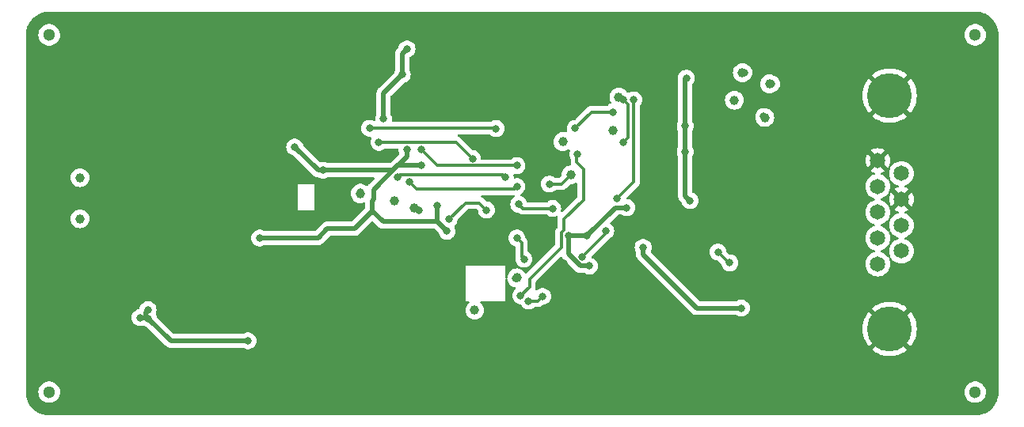
<source format=gbr>
%TF.GenerationSoftware,KiCad,Pcbnew,7.0.2*%
%TF.CreationDate,2023-06-17T11:36:00+01:00*%
%TF.ProjectId,serial_snooper,73657269-616c-45f7-936e-6f6f7065722e,rev?*%
%TF.SameCoordinates,Original*%
%TF.FileFunction,Copper,L2,Bot*%
%TF.FilePolarity,Positive*%
%FSLAX46Y46*%
G04 Gerber Fmt 4.6, Leading zero omitted, Abs format (unit mm)*
G04 Created by KiCad (PCBNEW 7.0.2) date 2023-06-17 11:36:00*
%MOMM*%
%LPD*%
G01*
G04 APERTURE LIST*
%TA.AperFunction,ComponentPad*%
%ADD10C,1.650000*%
%TD*%
%TA.AperFunction,ComponentPad*%
%ADD11C,4.800000*%
%TD*%
%TA.AperFunction,WasherPad*%
%ADD12C,1.000000*%
%TD*%
%TA.AperFunction,WasherPad*%
%ADD13C,1.300000*%
%TD*%
%TA.AperFunction,SMDPad,CuDef*%
%ADD14C,1.000000*%
%TD*%
%TA.AperFunction,ViaPad*%
%ADD15C,0.800000*%
%TD*%
%TA.AperFunction,Conductor*%
%ADD16C,0.500000*%
%TD*%
%TA.AperFunction,Conductor*%
%ADD17C,0.300000*%
%TD*%
G04 APERTURE END LIST*
D10*
%TO.P,J5,1,1*%
%TO.N,Net-(J5-Pad1)*%
X194580000Y-97785000D03*
%TO.P,J5,2,2*%
%TO.N,/RS232-UART/DB9_RXD*%
X194580000Y-95015000D03*
%TO.P,J5,3,3*%
%TO.N,/RS232-UART/DB9_TXD*%
X194580000Y-92245000D03*
%TO.P,J5,4,4*%
%TO.N,Net-(J5-Pad1)*%
X194580000Y-89475000D03*
%TO.P,J5,5,5*%
%TO.N,GND*%
X194580000Y-86705000D03*
%TO.P,J5,6,6*%
%TO.N,Net-(J5-Pad1)*%
X197120000Y-96400000D03*
%TO.P,J5,7,7*%
%TO.N,unconnected-(J5-Pad7)*%
X197120000Y-93630000D03*
%TO.P,J5,8,8*%
%TO.N,GND*%
X197120000Y-90860000D03*
%TO.P,J5,9,9*%
%TO.N,unconnected-(J5-Pad9)*%
X197120000Y-88090000D03*
D11*
%TO.P,J5,MH1,MH1*%
%TO.N,GND*%
X195850000Y-104740000D03*
%TO.P,J5,MH2,MH2*%
X195850000Y-79750000D03*
%TD*%
D12*
%TO.P,J8,*%
%TO.N,*%
X109285000Y-88550000D03*
X109285000Y-92950000D03*
%TD*%
D13*
%TO.P,H4,*%
%TO.N,*%
X106000000Y-73250000D03*
%TD*%
%TO.P,H1,*%
%TO.N,*%
X205000000Y-111500000D03*
%TD*%
%TO.P,H3,*%
%TO.N,*%
X106000000Y-111500000D03*
%TD*%
%TO.P,H2,*%
%TO.N,*%
X205000000Y-73250000D03*
%TD*%
D14*
%TO.P,TP6,1,1*%
%TO.N,/SPI1_MISO*%
X161750000Y-88250000D03*
%TD*%
%TO.P,TP9,1,1*%
%TO.N,/SPI1_MOSI*%
X160900000Y-84700000D03*
%TD*%
%TO.P,TP30,1,1*%
%TO.N,/I2C1_SDA*%
X145000000Y-91750000D03*
%TD*%
%TO.P,TP3,1,1*%
%TO.N,/SD-card-adapter/SD_CLK*%
X183000000Y-78500000D03*
%TD*%
%TO.P,TP22,1,1*%
%TO.N,/HSE_OUT*%
X156000000Y-99250000D03*
%TD*%
%TO.P,TP8,1,1*%
%TO.N,/SPI1_CLK*%
X166300000Y-83500000D03*
%TD*%
%TO.P,TP10,1,1*%
%TO.N,/SPI1_CS*%
X166900000Y-79900000D03*
%TD*%
%TO.P,TP27,1,1*%
%TO.N,/HSE_IN*%
X151500000Y-102750000D03*
%TD*%
%TO.P,TP29,1,1*%
%TO.N,/I2C1_SCL*%
X142900000Y-91000000D03*
%TD*%
%TO.P,TP5,1,1*%
%TO.N,/SD-card-adapter/SD_CS*%
X180100000Y-77300000D03*
%TD*%
%TO.P,TP2,1,1*%
%TO.N,/SD-card-adapter/SD_DO*%
X182500000Y-82100000D03*
%TD*%
%TO.P,TP4,1,1*%
%TO.N,/SD-card-adapter/SD_DI*%
X179250000Y-80250000D03*
%TD*%
%TO.P,TP33,1,1*%
%TO.N,/RealtimeClock/RTC_Vdd*%
X139250000Y-90250000D03*
%TD*%
D15*
%TO.N,GND*%
X161000000Y-97750000D03*
X172250000Y-72000000D03*
X136555000Y-86400500D03*
X127500000Y-73500000D03*
X141000000Y-99750000D03*
X126750000Y-88750000D03*
X117500000Y-73500000D03*
X136500000Y-77000000D03*
X154000000Y-91000000D03*
X116000000Y-95250000D03*
X165500000Y-102000000D03*
X202500000Y-91000000D03*
X125000000Y-73500000D03*
X107500000Y-78500000D03*
X167500000Y-111000000D03*
X123750000Y-88750000D03*
X114250000Y-75500000D03*
X121250000Y-94000000D03*
X186250000Y-92250000D03*
X107500000Y-76000000D03*
X122500000Y-73500000D03*
X162000000Y-103750000D03*
X202500000Y-76000000D03*
X111000000Y-82250000D03*
X202500000Y-106000000D03*
X185000000Y-111000000D03*
X188400000Y-104400000D03*
X182500000Y-108000000D03*
X169500000Y-105750000D03*
X171500000Y-97000000D03*
X132500000Y-73500000D03*
X144500000Y-104750000D03*
X164750000Y-75500000D03*
X155250000Y-97000000D03*
X121250000Y-78510000D03*
X202500000Y-103500000D03*
X112500000Y-73500000D03*
X137750000Y-101250000D03*
X107500000Y-98500000D03*
X197500000Y-73500000D03*
X111250000Y-103750000D03*
X165250000Y-72000000D03*
X200000000Y-73500000D03*
X147750000Y-79250000D03*
X171250000Y-87000000D03*
X146250000Y-75750000D03*
X185500000Y-83750000D03*
X130000000Y-73500000D03*
X122000000Y-103750000D03*
X202500000Y-86000000D03*
X202500000Y-98500000D03*
X202500000Y-93500000D03*
X107500000Y-81000000D03*
X183800000Y-104400000D03*
X192500000Y-111000000D03*
X115000000Y-73500000D03*
X107500000Y-108500000D03*
X135000000Y-99500000D03*
X182000000Y-84600000D03*
X152250000Y-95750000D03*
X168750000Y-72000000D03*
X162000000Y-72000000D03*
X114250000Y-80510000D03*
X133500000Y-83250000D03*
X107500000Y-103500000D03*
X202500000Y-81000000D03*
X147250000Y-99500000D03*
X148750000Y-101250000D03*
X119000000Y-80510000D03*
X136000000Y-104500000D03*
X120000000Y-73500000D03*
X126750000Y-91000000D03*
X137500000Y-96000000D03*
X165000000Y-111000000D03*
X169250000Y-75250000D03*
X161500000Y-79750000D03*
X195000000Y-73500000D03*
X174250000Y-94500000D03*
X181550500Y-95500000D03*
X120250000Y-80510000D03*
X182500000Y-111000000D03*
X107500000Y-83500000D03*
X202500000Y-83500000D03*
X197500000Y-111000000D03*
X110000000Y-73500000D03*
X132000000Y-81000000D03*
X202500000Y-96000000D03*
X159345023Y-85095023D03*
X168500000Y-94250000D03*
X187250000Y-81000000D03*
X195000000Y-111000000D03*
X153500000Y-102250000D03*
X107500000Y-106000000D03*
X202500000Y-101000000D03*
X192500000Y-73500000D03*
X202500000Y-78500000D03*
X123750000Y-91000000D03*
X124500000Y-81260000D03*
X107500000Y-101000000D03*
X121250000Y-77260000D03*
X202500000Y-88500000D03*
X200000000Y-111000000D03*
X124500000Y-80260000D03*
X116250000Y-77250000D03*
%TO.N,+3.3V*%
X148529977Y-94279977D03*
X135250000Y-87750000D03*
X143750000Y-77500000D03*
X180000000Y-102500000D03*
X145750000Y-87250000D03*
X174000000Y-83000000D03*
X141750000Y-82250000D03*
X116600000Y-103600000D03*
X144250000Y-74750000D03*
X128500000Y-95000000D03*
X147500000Y-91500000D03*
X144250000Y-85499500D03*
X163750000Y-98000000D03*
X161500000Y-94724500D03*
X116575000Y-102675000D03*
X127250000Y-106000000D03*
X167750000Y-91750000D03*
X174000000Y-85750000D03*
X115725000Y-103525000D03*
X132250000Y-85250000D03*
X174500000Y-91000000D03*
X163500000Y-94750000D03*
X169500000Y-96000000D03*
X174125000Y-77875000D03*
%TO.N,/RS232-UART/VS+*%
X178750000Y-97659500D03*
X177500000Y-96500000D03*
%TO.N,/NRST*%
X148750000Y-93000000D03*
X152750000Y-92000000D03*
%TO.N,/HSE_IN*%
X151500000Y-102750000D03*
%TO.N,/HSE_OUT*%
X155895023Y-99354977D03*
%TO.N,/RealtimeClock/RTC_Vdd*%
X139250000Y-90090000D03*
%TO.N,/SD-card-adapter/SD_CS*%
X158750000Y-101250000D03*
X157230500Y-101750000D03*
X180300000Y-77300000D03*
X168497215Y-80210500D03*
X165500000Y-94250000D03*
X166730822Y-90749500D03*
X162987701Y-97012299D03*
%TO.N,/SD-card-adapter/SD_CLK*%
X183250000Y-78500000D03*
%TO.N,/SPI1_CLK*%
X166300000Y-83500000D03*
%TO.N,/SD-card-adapter/SD_DI*%
X179300000Y-80300000D03*
%TO.N,/SPI1_MOSI*%
X160950000Y-84550000D03*
X162250000Y-83250000D03*
X166250000Y-81500000D03*
%TO.N,/SPI1_CS*%
X167400000Y-84765000D03*
X167400000Y-80200000D03*
%TO.N,Net-(IC1-6Y)*%
X162500000Y-86000000D03*
X156405700Y-101185455D03*
%TO.N,/TIM2_CH2*%
X156000000Y-95000000D03*
X156750000Y-97250000D03*
%TO.N,/SD-card-adapter/SD_DO*%
X182400000Y-82000000D03*
%TO.N,/DIPSWITCH_3*%
X156000000Y-89500000D03*
X144500000Y-88960500D03*
%TO.N,/DIPSWITCH_2*%
X145750000Y-85500000D03*
X156000000Y-87250000D03*
%TO.N,/COMMS_LED*%
X140250000Y-83250000D03*
X153779977Y-83279977D03*
%TO.N,/STATUS_LED*%
X141250000Y-84750000D03*
X151250000Y-86500000D03*
%TO.N,/I2C1_SCL*%
X142875000Y-91125000D03*
%TO.N,/I2C1_SDA*%
X145500000Y-92000000D03*
%TO.N,/SPI1_MISO*%
X159470023Y-89220023D03*
X161750000Y-88250000D03*
%TO.N,/CARD_DETECT*%
X159824612Y-91830081D03*
X156200000Y-91400000D03*
%TO.N,/RTC_IRQ*%
X154750000Y-88500000D03*
X143250000Y-88500000D03*
%TD*%
D16*
%TO.N,+3.3V*%
X116525000Y-103525000D02*
X116600000Y-103600000D01*
X144000000Y-87250000D02*
X143250000Y-87250000D01*
X161500000Y-96726680D02*
X161500000Y-94724500D01*
X175250000Y-102500000D02*
X180000000Y-102500000D01*
X145750000Y-87250000D02*
X144000000Y-87250000D01*
X174000000Y-85750000D02*
X174000000Y-83000000D01*
X140700000Y-90850610D02*
X140700000Y-89800000D01*
X119000000Y-106000000D02*
X127250000Y-106000000D01*
X134750000Y-87750000D02*
X135250000Y-87750000D01*
X174000000Y-78000000D02*
X174125000Y-77875000D01*
X141750000Y-82250000D02*
X141750000Y-79500000D01*
X116300000Y-102950000D02*
X116300000Y-103525000D01*
X144250000Y-85499500D02*
X144250000Y-86250000D01*
X162773320Y-98000000D02*
X161500000Y-96726680D01*
X116575000Y-102675000D02*
X116300000Y-102950000D01*
X143750000Y-86750000D02*
X143250000Y-87250000D01*
X174000000Y-83000000D02*
X174000000Y-78000000D01*
X135250000Y-87750000D02*
X142750000Y-87750000D01*
X143750000Y-75250000D02*
X144250000Y-74750000D01*
X161500000Y-94724500D02*
X163474500Y-94724500D01*
X140550000Y-91000610D02*
X140700000Y-90850610D01*
X134750000Y-95000000D02*
X135750000Y-94000000D01*
X174500000Y-91000000D02*
X174000000Y-90500000D01*
X115725000Y-103525000D02*
X116300000Y-103525000D01*
X140550000Y-92100610D02*
X140550000Y-91000610D01*
X147500000Y-91500000D02*
X147500000Y-93250000D01*
X135750000Y-94000000D02*
X138650610Y-94000000D01*
X144250000Y-86250000D02*
X143750000Y-86750000D01*
X163474500Y-94724500D02*
X163500000Y-94750000D01*
X138650610Y-94000000D02*
X140550000Y-92100610D01*
X132250000Y-85250000D02*
X134750000Y-87750000D01*
X128500000Y-95000000D02*
X134750000Y-95000000D01*
X116600000Y-103600000D02*
X119000000Y-106000000D01*
X163750000Y-98000000D02*
X162773320Y-98000000D01*
X166500000Y-91750000D02*
X163500000Y-94750000D01*
X116300000Y-103525000D02*
X116525000Y-103525000D01*
X147500000Y-93250000D02*
X141699390Y-93250000D01*
X147500000Y-93250000D02*
X148529977Y-94279977D01*
X141750000Y-79500000D02*
X143750000Y-77500000D01*
X142750000Y-87750000D02*
X143250000Y-87250000D01*
X140700000Y-89800000D02*
X143250000Y-87250000D01*
X174000000Y-90500000D02*
X174000000Y-85750000D01*
X167750000Y-91750000D02*
X166500000Y-91750000D01*
X141699390Y-93250000D02*
X140550000Y-92100610D01*
X169500000Y-96750000D02*
X175250000Y-102500000D01*
X169500000Y-96000000D02*
X169500000Y-96750000D01*
X143750000Y-77500000D02*
X143750000Y-75250000D01*
D17*
%TO.N,/RS232-UART/VS+*%
X178659500Y-97659500D02*
X178750000Y-97659500D01*
X177500000Y-96500000D02*
X178659500Y-97659500D01*
%TO.N,/NRST*%
X152750000Y-92000000D02*
X152000000Y-91250000D01*
X150500000Y-91250000D02*
X148750000Y-93000000D01*
X152000000Y-91250000D02*
X150500000Y-91250000D01*
%TO.N,/SD-card-adapter/SD_CS*%
X158250000Y-101750000D02*
X158750000Y-101250000D01*
X168497215Y-88983107D02*
X168497215Y-80210500D01*
X166730822Y-90749500D02*
X168497215Y-88983107D01*
X157230500Y-101750000D02*
X158250000Y-101750000D01*
X165500000Y-94500000D02*
X165500000Y-94250000D01*
X162987701Y-97012299D02*
X165500000Y-94500000D01*
%TO.N,/SPI1_MOSI*%
X166250000Y-81500000D02*
X164000000Y-81500000D01*
X164000000Y-81500000D02*
X162250000Y-83250000D01*
%TO.N,/SPI1_CS*%
X167900000Y-84265000D02*
X167400000Y-84765000D01*
X167400000Y-80200000D02*
X167900000Y-80700000D01*
X167900000Y-80700000D02*
X167900000Y-84265000D01*
%TO.N,Net-(IC1-6Y)*%
X162400000Y-86100000D02*
X162500000Y-86000000D01*
X162400000Y-86900000D02*
X162400000Y-86100000D01*
X156405700Y-101185455D02*
X157350000Y-100241155D01*
X163100000Y-87600000D02*
X162400000Y-86900000D01*
X161000000Y-93000000D02*
X163100000Y-90900000D01*
X160750000Y-94413839D02*
X161000000Y-94163839D01*
X157350000Y-100241155D02*
X157350000Y-99400000D01*
X160750000Y-96000000D02*
X160750000Y-94413839D01*
X161000000Y-94163839D02*
X161000000Y-93000000D01*
X163100000Y-90900000D02*
X163100000Y-87600000D01*
X157350000Y-99400000D02*
X160750000Y-96000000D01*
%TO.N,/TIM2_CH2*%
X156750000Y-97250000D02*
X156500000Y-97000000D01*
X156500000Y-97000000D02*
X156500000Y-95500000D01*
X156500000Y-95500000D02*
X156000000Y-95000000D01*
%TO.N,/DIPSWITCH_3*%
X155750000Y-89750000D02*
X156000000Y-89500000D01*
X145289500Y-89750000D02*
X155750000Y-89750000D01*
X144500000Y-88960500D02*
X145289500Y-89750000D01*
%TO.N,/DIPSWITCH_2*%
X147500000Y-87250000D02*
X156000000Y-87250000D01*
X145750000Y-85500000D02*
X147500000Y-87250000D01*
%TO.N,/COMMS_LED*%
X153750000Y-83250000D02*
X140250000Y-83250000D01*
X153779977Y-83279977D02*
X153750000Y-83250000D01*
%TO.N,/STATUS_LED*%
X141250000Y-84750000D02*
X149500000Y-84750000D01*
X149500000Y-84750000D02*
X151250000Y-86500000D01*
%TO.N,/SPI1_MISO*%
X160779977Y-89220023D02*
X161750000Y-88250000D01*
X159470023Y-89220023D02*
X160779977Y-89220023D01*
%TO.N,/CARD_DETECT*%
X156630081Y-91830081D02*
X159824612Y-91830081D01*
X156200000Y-91400000D02*
X156630081Y-91830081D01*
%TO.N,/RTC_IRQ*%
X154500000Y-88250000D02*
X144850161Y-88250000D01*
X144149839Y-88250000D02*
X143500000Y-88250000D01*
X143500000Y-88250000D02*
X143250000Y-88500000D01*
X144189339Y-88210500D02*
X144149839Y-88250000D01*
X144850161Y-88250000D02*
X144810661Y-88210500D01*
X144810661Y-88210500D02*
X144189339Y-88210500D01*
X154750000Y-88500000D02*
X154500000Y-88250000D01*
%TD*%
%TA.AperFunction,Conductor*%
%TO.N,GND*%
G36*
X205003736Y-70750726D02*
G01*
X205098917Y-70756483D01*
X205298071Y-70769536D01*
X205302804Y-70769847D01*
X205317030Y-70771610D01*
X205449215Y-70795834D01*
X205612445Y-70828302D01*
X205625107Y-70831525D01*
X205759678Y-70873459D01*
X205762645Y-70874425D01*
X205912220Y-70925199D01*
X205923244Y-70929538D01*
X206054556Y-70988637D01*
X206058416Y-70990457D01*
X206197458Y-71059025D01*
X206206762Y-71064119D01*
X206263529Y-71098436D01*
X206331185Y-71139335D01*
X206335926Y-71142350D01*
X206463643Y-71227689D01*
X206471225Y-71233180D01*
X206586211Y-71323265D01*
X206591487Y-71327640D01*
X206706550Y-71428547D01*
X206712472Y-71434094D01*
X206815904Y-71537526D01*
X206821451Y-71543448D01*
X206922358Y-71658511D01*
X206926741Y-71663797D01*
X207016818Y-71778773D01*
X207022309Y-71786355D01*
X207107648Y-71914072D01*
X207110663Y-71918813D01*
X207185878Y-72043234D01*
X207190973Y-72052540D01*
X207259519Y-72191536D01*
X207261383Y-72195489D01*
X207320458Y-72326750D01*
X207324801Y-72337783D01*
X207375573Y-72487353D01*
X207376539Y-72490320D01*
X207418470Y-72624878D01*
X207421702Y-72637578D01*
X207454167Y-72800790D01*
X207478388Y-72932959D01*
X207480152Y-72947188D01*
X207493517Y-73151100D01*
X207499274Y-73246265D01*
X207499500Y-73253751D01*
X207499500Y-111496247D01*
X207499274Y-111503735D01*
X207493517Y-111598899D01*
X207480151Y-111802804D01*
X207478386Y-111817044D01*
X207454167Y-111949208D01*
X207421701Y-112112425D01*
X207418471Y-112125115D01*
X207376539Y-112259678D01*
X207375573Y-112262645D01*
X207324801Y-112412215D01*
X207320458Y-112423248D01*
X207261383Y-112554509D01*
X207259519Y-112558462D01*
X207190973Y-112697458D01*
X207185878Y-112706764D01*
X207110663Y-112831185D01*
X207107648Y-112835926D01*
X207022309Y-112963643D01*
X207016818Y-112971225D01*
X206926741Y-113086201D01*
X206922358Y-113091487D01*
X206821451Y-113206550D01*
X206815904Y-113212472D01*
X206712472Y-113315904D01*
X206706550Y-113321451D01*
X206591487Y-113422358D01*
X206586201Y-113426741D01*
X206471225Y-113516818D01*
X206463643Y-113522309D01*
X206335926Y-113607648D01*
X206331185Y-113610663D01*
X206206764Y-113685878D01*
X206197458Y-113690973D01*
X206058462Y-113759519D01*
X206054509Y-113761383D01*
X205923248Y-113820458D01*
X205912215Y-113824801D01*
X205762645Y-113875573D01*
X205759678Y-113876539D01*
X205625120Y-113918470D01*
X205612420Y-113921702D01*
X205449209Y-113954167D01*
X205317038Y-113978388D01*
X205302810Y-113980152D01*
X205098899Y-113993517D01*
X205003735Y-113999274D01*
X204996249Y-113999500D01*
X106003749Y-113999500D01*
X105996263Y-113999274D01*
X105901007Y-113993513D01*
X105697300Y-113980166D01*
X105683063Y-113978401D01*
X105550894Y-113954188D01*
X105387758Y-113921749D01*
X105375073Y-113918521D01*
X105240549Y-113876616D01*
X105237596Y-113875655D01*
X105088038Y-113824905D01*
X105077021Y-113820568D01*
X104945827Y-113761543D01*
X104941875Y-113759681D01*
X104802875Y-113691158D01*
X104793572Y-113686066D01*
X104669199Y-113610910D01*
X104664458Y-113607897D01*
X104664085Y-113607648D01*
X104627366Y-113583122D01*
X104536768Y-113522611D01*
X104529187Y-113517123D01*
X104414187Y-113427065D01*
X104408903Y-113422685D01*
X104293902Y-113321879D01*
X104287979Y-113316335D01*
X104184515Y-113212922D01*
X104178969Y-113207003D01*
X104078095Y-113092040D01*
X104073713Y-113086758D01*
X103983612Y-112971822D01*
X103978126Y-112964253D01*
X103892750Y-112836564D01*
X103889763Y-112831869D01*
X103814525Y-112707500D01*
X103809428Y-112698199D01*
X103809062Y-112697458D01*
X103740855Y-112559269D01*
X103738991Y-112555319D01*
X103679891Y-112424133D01*
X103675544Y-112413105D01*
X103624693Y-112263494D01*
X103623771Y-112260665D01*
X103581785Y-112126116D01*
X103578555Y-112113449D01*
X103546040Y-111950357D01*
X103521752Y-111818151D01*
X103519984Y-111803939D01*
X103519909Y-111802804D01*
X103506537Y-111600275D01*
X103500729Y-111504996D01*
X103500577Y-111500000D01*
X104844571Y-111500000D01*
X104864243Y-111712310D01*
X104922595Y-111917390D01*
X105017631Y-112108252D01*
X105134866Y-112263494D01*
X105146128Y-112278407D01*
X105303698Y-112422052D01*
X105484981Y-112534298D01*
X105683802Y-112611321D01*
X105893390Y-112650500D01*
X105893392Y-112650500D01*
X106106608Y-112650500D01*
X106106610Y-112650500D01*
X106316198Y-112611321D01*
X106515019Y-112534298D01*
X106696302Y-112422052D01*
X106853872Y-112278407D01*
X106982366Y-112108255D01*
X106982366Y-112108253D01*
X106982368Y-112108252D01*
X107030080Y-112012430D01*
X107077405Y-111917389D01*
X107135756Y-111712310D01*
X107155429Y-111500000D01*
X203844571Y-111500000D01*
X203864243Y-111712310D01*
X203922595Y-111917390D01*
X204017631Y-112108252D01*
X204134866Y-112263494D01*
X204146128Y-112278407D01*
X204303698Y-112422052D01*
X204484981Y-112534298D01*
X204683802Y-112611321D01*
X204893390Y-112650500D01*
X204893392Y-112650500D01*
X205106608Y-112650500D01*
X205106610Y-112650500D01*
X205316198Y-112611321D01*
X205515019Y-112534298D01*
X205696302Y-112422052D01*
X205853872Y-112278407D01*
X205982366Y-112108255D01*
X205982366Y-112108253D01*
X205982368Y-112108252D01*
X206030080Y-112012430D01*
X206077405Y-111917389D01*
X206135756Y-111712310D01*
X206155429Y-111500000D01*
X206135756Y-111287690D01*
X206077405Y-111082611D01*
X206077014Y-111081827D01*
X205982368Y-110891747D01*
X205853873Y-110721594D01*
X205696301Y-110577947D01*
X205515017Y-110465701D01*
X205316198Y-110388679D01*
X205316197Y-110388678D01*
X205106610Y-110349500D01*
X204893390Y-110349500D01*
X204753664Y-110375619D01*
X204683801Y-110388679D01*
X204484982Y-110465701D01*
X204303698Y-110577947D01*
X204146126Y-110721594D01*
X204017631Y-110891747D01*
X203922595Y-111082609D01*
X203864243Y-111287689D01*
X203844571Y-111500000D01*
X107155429Y-111500000D01*
X107135756Y-111287690D01*
X107077405Y-111082611D01*
X107077014Y-111081827D01*
X106982368Y-110891747D01*
X106853873Y-110721594D01*
X106696301Y-110577947D01*
X106515017Y-110465701D01*
X106316198Y-110388679D01*
X106316197Y-110388679D01*
X106106610Y-110349500D01*
X105893390Y-110349500D01*
X105753664Y-110375619D01*
X105683801Y-110388679D01*
X105484982Y-110465701D01*
X105303698Y-110577947D01*
X105146126Y-110721594D01*
X105017631Y-110891747D01*
X104922595Y-111082609D01*
X104864243Y-111287689D01*
X104844571Y-111500000D01*
X103500577Y-111500000D01*
X103500500Y-111497479D01*
X103502828Y-103525000D01*
X114819540Y-103525000D01*
X114839326Y-103713257D01*
X114897820Y-103893284D01*
X114992466Y-104057216D01*
X115119129Y-104197889D01*
X115272269Y-104309151D01*
X115445197Y-104386144D01*
X115630352Y-104425500D01*
X115630354Y-104425500D01*
X115819648Y-104425500D01*
X116004801Y-104386145D01*
X116021183Y-104378851D01*
X116029432Y-104375177D01*
X116098682Y-104365891D01*
X116134562Y-104380652D01*
X116135364Y-104378851D01*
X116320193Y-104461143D01*
X116320196Y-104461143D01*
X116320197Y-104461144D01*
X116385329Y-104474987D01*
X116446808Y-104508178D01*
X116447228Y-104508596D01*
X118424267Y-106485634D01*
X118436048Y-106499266D01*
X118450389Y-106518529D01*
X118488339Y-106550373D01*
X118496314Y-106557681D01*
X118500224Y-106561591D01*
X118503056Y-106563830D01*
X118524541Y-106580818D01*
X118527304Y-106583069D01*
X118584786Y-106631302D01*
X118584788Y-106631303D01*
X118585750Y-106632110D01*
X118602180Y-106642578D01*
X118603322Y-106643110D01*
X118603323Y-106643111D01*
X118671350Y-106674832D01*
X118674527Y-106676371D01*
X118741567Y-106710040D01*
X118742702Y-106710610D01*
X118761085Y-106716999D01*
X118762322Y-106717254D01*
X118762328Y-106717257D01*
X118835852Y-106732437D01*
X118839286Y-106733199D01*
X118885566Y-106744168D01*
X118913506Y-106750791D01*
X118932879Y-106752770D01*
X118934141Y-106752733D01*
X118934145Y-106752734D01*
X119006534Y-106750627D01*
X119009132Y-106750552D01*
X119012738Y-106750500D01*
X126710663Y-106750500D01*
X126777702Y-106770185D01*
X126783550Y-106774183D01*
X126797271Y-106784152D01*
X126970197Y-106861144D01*
X127155352Y-106900500D01*
X127155354Y-106900500D01*
X127344648Y-106900500D01*
X127468084Y-106874262D01*
X127529803Y-106861144D01*
X127702730Y-106784151D01*
X127721953Y-106770185D01*
X127855870Y-106672889D01*
X127936719Y-106583098D01*
X127982533Y-106532216D01*
X128077179Y-106368284D01*
X128135674Y-106188256D01*
X128155460Y-106000000D01*
X128135674Y-105811744D01*
X128077179Y-105631716D01*
X128077179Y-105631715D01*
X127982533Y-105467783D01*
X127855870Y-105327110D01*
X127702730Y-105215848D01*
X127529802Y-105138855D01*
X127344648Y-105099500D01*
X127344646Y-105099500D01*
X127155354Y-105099500D01*
X127155352Y-105099500D01*
X126970197Y-105138855D01*
X126797271Y-105215847D01*
X126783550Y-105225817D01*
X126717744Y-105249298D01*
X126710663Y-105249500D01*
X119362229Y-105249500D01*
X119295190Y-105229815D01*
X119274548Y-105213181D01*
X118804972Y-104743605D01*
X192945295Y-104743605D01*
X192964516Y-105073626D01*
X192965355Y-105080805D01*
X193022759Y-105406362D01*
X193024421Y-105413375D01*
X193119241Y-105730093D01*
X193121698Y-105736842D01*
X193252644Y-106040412D01*
X193255877Y-106046848D01*
X193421170Y-106333145D01*
X193425137Y-106339177D01*
X193622545Y-106604340D01*
X193626907Y-106609538D01*
X194552265Y-105684179D01*
X194715130Y-105874870D01*
X194905819Y-106037733D01*
X193983799Y-106959753D01*
X194112556Y-107067793D01*
X194118309Y-107072076D01*
X194394525Y-107253745D01*
X194400774Y-107257353D01*
X194696184Y-107405714D01*
X194702823Y-107408577D01*
X195013471Y-107521644D01*
X195020368Y-107523709D01*
X195342066Y-107599953D01*
X195349140Y-107601200D01*
X195677523Y-107639582D01*
X195684693Y-107640000D01*
X196015307Y-107640000D01*
X196022476Y-107639582D01*
X196350859Y-107601200D01*
X196357933Y-107599953D01*
X196679631Y-107523709D01*
X196686528Y-107521644D01*
X196997176Y-107408577D01*
X197003815Y-107405714D01*
X197299225Y-107257353D01*
X197305474Y-107253745D01*
X197581692Y-107072074D01*
X197587451Y-107067787D01*
X197716199Y-106959754D01*
X197716200Y-106959753D01*
X196794180Y-106037733D01*
X196984870Y-105874870D01*
X197147733Y-105684180D01*
X198073090Y-106609537D01*
X198077460Y-106604333D01*
X198274862Y-106339177D01*
X198278829Y-106333145D01*
X198444122Y-106046848D01*
X198447355Y-106040412D01*
X198578301Y-105736842D01*
X198580758Y-105730093D01*
X198675578Y-105413375D01*
X198677240Y-105406362D01*
X198734644Y-105080805D01*
X198735483Y-105073626D01*
X198754705Y-104743605D01*
X198754705Y-104736394D01*
X198735483Y-104406373D01*
X198734644Y-104399194D01*
X198677240Y-104073637D01*
X198675578Y-104066624D01*
X198580758Y-103749906D01*
X198578301Y-103743157D01*
X198447355Y-103439587D01*
X198444122Y-103433151D01*
X198278829Y-103146854D01*
X198274862Y-103140822D01*
X198077449Y-102875652D01*
X198073092Y-102870460D01*
X197147733Y-103795818D01*
X196984870Y-103605130D01*
X196794179Y-103442266D01*
X197716200Y-102520245D01*
X197716200Y-102520244D01*
X197587452Y-102412213D01*
X197581690Y-102407923D01*
X197305474Y-102226254D01*
X197299225Y-102222646D01*
X197003815Y-102074285D01*
X196997176Y-102071422D01*
X196686528Y-101958355D01*
X196679631Y-101956290D01*
X196357933Y-101880046D01*
X196350859Y-101878799D01*
X196022476Y-101840417D01*
X196015307Y-101840000D01*
X195684693Y-101840000D01*
X195677523Y-101840417D01*
X195349140Y-101878799D01*
X195342066Y-101880046D01*
X195020368Y-101956290D01*
X195013471Y-101958355D01*
X194702823Y-102071422D01*
X194696184Y-102074285D01*
X194400774Y-102222646D01*
X194394525Y-102226254D01*
X194118309Y-102407923D01*
X194112547Y-102412213D01*
X193983798Y-102520244D01*
X194905820Y-103442266D01*
X194715130Y-103605130D01*
X194552266Y-103795819D01*
X193626906Y-102870460D01*
X193622552Y-102875649D01*
X193425137Y-103140822D01*
X193421170Y-103146854D01*
X193255877Y-103433151D01*
X193252644Y-103439587D01*
X193121698Y-103743157D01*
X193119241Y-103749906D01*
X193024421Y-104066624D01*
X193022759Y-104073637D01*
X192965355Y-104399194D01*
X192964516Y-104406373D01*
X192945295Y-104736394D01*
X192945295Y-104743605D01*
X118804972Y-104743605D01*
X117512771Y-103451403D01*
X117482521Y-103402040D01*
X117427179Y-103231715D01*
X117396079Y-103177849D01*
X117379606Y-103109949D01*
X117396080Y-103053848D01*
X117398086Y-103050373D01*
X117402179Y-103043284D01*
X117460674Y-102863256D01*
X117472577Y-102750000D01*
X150494659Y-102750000D01*
X150513976Y-102946133D01*
X150571185Y-103134726D01*
X150634262Y-103252734D01*
X150664090Y-103308538D01*
X150789117Y-103460883D01*
X150941462Y-103585910D01*
X151115273Y-103678814D01*
X151303868Y-103736024D01*
X151500000Y-103755341D01*
X151696132Y-103736024D01*
X151884727Y-103678814D01*
X152058538Y-103585910D01*
X152210883Y-103460883D01*
X152335910Y-103308538D01*
X152428814Y-103134727D01*
X152486024Y-102946132D01*
X152505341Y-102750000D01*
X152486024Y-102553868D01*
X152428814Y-102365273D01*
X152335910Y-102191462D01*
X152210883Y-102039117D01*
X152126484Y-101969852D01*
X152087151Y-101912107D01*
X152085280Y-101842262D01*
X152121468Y-101782494D01*
X152184224Y-101751778D01*
X152205150Y-101750000D01*
X154750000Y-101750000D01*
X154750000Y-99441748D01*
X154769685Y-99374709D01*
X154822489Y-99328954D01*
X154838064Y-99326714D01*
X154784003Y-99295288D01*
X154752172Y-99233090D01*
X154750000Y-99209985D01*
X154750000Y-98000000D01*
X150500000Y-98000000D01*
X150500000Y-101750000D01*
X150794850Y-101750000D01*
X150861889Y-101769685D01*
X150907644Y-101822489D01*
X150917588Y-101891647D01*
X150888563Y-101955203D01*
X150873515Y-101969853D01*
X150789117Y-102039117D01*
X150664089Y-102191463D01*
X150571185Y-102365273D01*
X150513976Y-102553866D01*
X150494659Y-102750000D01*
X117472577Y-102750000D01*
X117480460Y-102675000D01*
X117460674Y-102486744D01*
X117421478Y-102366111D01*
X117402179Y-102306715D01*
X117307533Y-102142783D01*
X117180870Y-102002110D01*
X117027730Y-101890848D01*
X116854802Y-101813855D01*
X116669648Y-101774500D01*
X116669646Y-101774500D01*
X116480354Y-101774500D01*
X116480352Y-101774500D01*
X116295197Y-101813855D01*
X116122269Y-101890848D01*
X115969129Y-102002110D01*
X115842466Y-102142783D01*
X115747820Y-102306715D01*
X115685299Y-102499138D01*
X115681415Y-102497876D01*
X115672168Y-102520328D01*
X115675196Y-102521850D01*
X115669414Y-102533358D01*
X115657419Y-102552185D01*
X115649093Y-102570041D01*
X115602919Y-102622479D01*
X115562493Y-102638923D01*
X115445197Y-102663855D01*
X115272269Y-102740848D01*
X115119129Y-102852110D01*
X114992466Y-102992783D01*
X114897820Y-103156715D01*
X114839326Y-103336742D01*
X114819540Y-103525000D01*
X103502828Y-103525000D01*
X103505317Y-95000000D01*
X127594540Y-95000000D01*
X127596117Y-95015000D01*
X127614326Y-95188257D01*
X127672820Y-95368284D01*
X127767466Y-95532216D01*
X127894129Y-95672889D01*
X128047269Y-95784151D01*
X128220197Y-95861144D01*
X128405352Y-95900500D01*
X128405354Y-95900500D01*
X128594648Y-95900500D01*
X128718084Y-95874262D01*
X128779803Y-95861144D01*
X128952730Y-95784151D01*
X128966449Y-95774183D01*
X129032256Y-95750702D01*
X129039337Y-95750500D01*
X134686294Y-95750500D01*
X134704264Y-95751809D01*
X134708320Y-95752402D01*
X134728023Y-95755289D01*
X134777368Y-95750972D01*
X134788176Y-95750500D01*
X134790100Y-95750500D01*
X134793709Y-95750500D01*
X134824550Y-95746894D01*
X134828031Y-95746539D01*
X134902797Y-95739999D01*
X134902797Y-95739998D01*
X134904052Y-95739889D01*
X134923062Y-95735674D01*
X134924250Y-95735241D01*
X134924255Y-95735241D01*
X134994820Y-95709557D01*
X134998095Y-95708419D01*
X135069334Y-95684814D01*
X135069336Y-95684812D01*
X135070536Y-95684415D01*
X135088063Y-95675929D01*
X135089112Y-95675238D01*
X135089117Y-95675237D01*
X135151806Y-95634005D01*
X135154798Y-95632099D01*
X135218656Y-95592712D01*
X135218658Y-95592709D01*
X135219731Y-95592048D01*
X135234817Y-95579760D01*
X135235691Y-95578832D01*
X135235696Y-95578830D01*
X135287217Y-95524218D01*
X135289632Y-95521733D01*
X136024547Y-94786819D01*
X136085871Y-94753334D01*
X136112229Y-94750500D01*
X138586904Y-94750500D01*
X138604874Y-94751809D01*
X138608930Y-94752402D01*
X138628633Y-94755289D01*
X138677978Y-94750972D01*
X138688786Y-94750500D01*
X138690710Y-94750500D01*
X138694319Y-94750500D01*
X138725160Y-94746894D01*
X138728641Y-94746539D01*
X138803407Y-94739999D01*
X138803407Y-94739998D01*
X138804662Y-94739889D01*
X138823672Y-94735674D01*
X138824860Y-94735241D01*
X138824865Y-94735241D01*
X138895430Y-94709557D01*
X138898705Y-94708419D01*
X138969944Y-94684814D01*
X138969946Y-94684812D01*
X138971146Y-94684415D01*
X138988673Y-94675929D01*
X138989722Y-94675238D01*
X138989727Y-94675237D01*
X139052416Y-94634005D01*
X139055408Y-94632099D01*
X139119266Y-94592712D01*
X139119266Y-94592711D01*
X139120339Y-94592050D01*
X139135434Y-94579753D01*
X139136302Y-94578832D01*
X139136306Y-94578830D01*
X139187794Y-94524254D01*
X139190239Y-94521737D01*
X140462322Y-93249655D01*
X140523641Y-93216173D01*
X140593333Y-93221157D01*
X140637680Y-93249658D01*
X141123659Y-93735637D01*
X141135441Y-93749270D01*
X141149780Y-93768531D01*
X141187728Y-93800373D01*
X141195703Y-93807681D01*
X141199613Y-93811591D01*
X141223946Y-93830830D01*
X141226725Y-93833095D01*
X141285142Y-93882113D01*
X141301569Y-93892578D01*
X141370710Y-93924819D01*
X141373957Y-93926391D01*
X141442089Y-93960609D01*
X141460477Y-93967000D01*
X141461713Y-93967255D01*
X141461717Y-93967257D01*
X141535285Y-93982447D01*
X141538632Y-93983189D01*
X141611669Y-94000500D01*
X141611671Y-94000500D01*
X141612899Y-94000791D01*
X141632268Y-94002770D01*
X141633530Y-94002733D01*
X141633534Y-94002734D01*
X141705923Y-94000627D01*
X141708521Y-94000552D01*
X141712127Y-94000500D01*
X147137770Y-94000500D01*
X147204809Y-94020185D01*
X147225451Y-94036819D01*
X147617205Y-94428572D01*
X147647455Y-94477935D01*
X147702797Y-94648261D01*
X147797443Y-94812193D01*
X147924106Y-94952866D01*
X148077246Y-95064128D01*
X148250174Y-95141121D01*
X148435329Y-95180477D01*
X148435331Y-95180477D01*
X148624625Y-95180477D01*
X148748060Y-95154239D01*
X148809780Y-95141121D01*
X148982707Y-95064128D01*
X149023970Y-95034149D01*
X149135847Y-94952866D01*
X149262510Y-94812193D01*
X149357156Y-94648261D01*
X149377744Y-94584898D01*
X149415651Y-94468233D01*
X149435437Y-94279977D01*
X149415651Y-94091721D01*
X149381261Y-93985879D01*
X149357157Y-93911695D01*
X149357156Y-93911693D01*
X149315469Y-93839489D01*
X149298997Y-93771592D01*
X149321849Y-93705564D01*
X149349972Y-93677173D01*
X149355871Y-93672888D01*
X149482533Y-93532216D01*
X149577179Y-93368284D01*
X149591320Y-93324763D01*
X149635674Y-93188257D01*
X149647064Y-93079882D01*
X149649168Y-93059855D01*
X149675752Y-92995242D01*
X149684799Y-92985145D01*
X150733125Y-91936819D01*
X150794449Y-91903334D01*
X150820807Y-91900500D01*
X151679192Y-91900500D01*
X151746231Y-91920185D01*
X151766873Y-91936819D01*
X151815191Y-91985137D01*
X151848676Y-92046460D01*
X151850830Y-92059851D01*
X151856085Y-92109848D01*
X151864326Y-92188257D01*
X151922820Y-92368284D01*
X152017466Y-92532216D01*
X152144129Y-92672889D01*
X152297269Y-92784151D01*
X152470197Y-92861144D01*
X152655352Y-92900500D01*
X152655354Y-92900500D01*
X152844648Y-92900500D01*
X152997858Y-92867934D01*
X153029803Y-92861144D01*
X153202730Y-92784151D01*
X153299979Y-92713496D01*
X153355870Y-92672889D01*
X153361861Y-92666236D01*
X153482533Y-92532216D01*
X153577179Y-92368284D01*
X153635674Y-92188256D01*
X153655460Y-92000000D01*
X153635674Y-91811744D01*
X153596087Y-91689908D01*
X153577179Y-91631715D01*
X153482533Y-91467783D01*
X153355870Y-91327110D01*
X153202730Y-91215848D01*
X153029802Y-91138855D01*
X152844648Y-91099500D01*
X152844646Y-91099500D01*
X152820808Y-91099500D01*
X152753769Y-91079815D01*
X152733127Y-91063181D01*
X152520434Y-90850488D01*
X152507091Y-90833833D01*
X152454166Y-90784134D01*
X152451369Y-90781423D01*
X152433789Y-90763843D01*
X152431035Y-90761089D01*
X152427956Y-90758701D01*
X152427951Y-90758696D01*
X152427548Y-90758383D01*
X152418669Y-90750800D01*
X152414672Y-90747047D01*
X152385393Y-90719552D01*
X152385392Y-90719551D01*
X152366793Y-90709326D01*
X152350532Y-90698645D01*
X152333764Y-90685638D01*
X152310177Y-90675431D01*
X152291869Y-90667508D01*
X152281379Y-90662369D01*
X152228251Y-90633162D01*
X152178987Y-90583616D01*
X152164330Y-90515301D01*
X152188933Y-90449907D01*
X152244986Y-90408195D01*
X152287988Y-90400500D01*
X155662039Y-90400500D01*
X155729078Y-90420185D01*
X155774833Y-90472989D01*
X155784777Y-90542147D01*
X155755752Y-90605703D01*
X155734924Y-90624818D01*
X155594129Y-90727110D01*
X155467466Y-90867783D01*
X155372820Y-91031715D01*
X155314326Y-91211742D01*
X155294540Y-91399999D01*
X155314326Y-91588257D01*
X155372820Y-91768284D01*
X155467466Y-91932216D01*
X155594129Y-92072889D01*
X155747269Y-92184151D01*
X155920197Y-92261144D01*
X156105352Y-92300500D01*
X156105354Y-92300500D01*
X156131668Y-92300500D01*
X156198707Y-92320185D01*
X156216551Y-92334107D01*
X156244688Y-92360529D01*
X156263285Y-92370753D01*
X156279545Y-92381433D01*
X156296317Y-92394443D01*
X156338221Y-92412576D01*
X156348701Y-92417710D01*
X156388713Y-92439708D01*
X156409276Y-92444987D01*
X156427679Y-92451288D01*
X156447154Y-92459716D01*
X156492256Y-92466859D01*
X156503651Y-92469218D01*
X156547904Y-92480581D01*
X156569132Y-92480581D01*
X156588530Y-92482107D01*
X156609486Y-92485427D01*
X156654932Y-92481131D01*
X156666602Y-92480581D01*
X159147637Y-92480581D01*
X159214676Y-92500266D01*
X159220506Y-92504251D01*
X159371882Y-92614232D01*
X159371883Y-92614232D01*
X159371884Y-92614233D01*
X159544809Y-92691225D01*
X159729964Y-92730581D01*
X159729966Y-92730581D01*
X159919260Y-92730581D01*
X160062760Y-92700079D01*
X160104415Y-92691225D01*
X160210741Y-92643884D01*
X160279991Y-92634600D01*
X160343267Y-92664228D01*
X160380481Y-92723362D01*
X160379816Y-92793229D01*
X160374981Y-92806406D01*
X160370364Y-92817075D01*
X160363223Y-92862161D01*
X160360855Y-92873593D01*
X160359799Y-92877712D01*
X160349500Y-92917824D01*
X160349500Y-92939045D01*
X160347973Y-92958444D01*
X160344653Y-92979403D01*
X160348950Y-93024858D01*
X160349500Y-93036528D01*
X160349500Y-93840969D01*
X160329815Y-93908008D01*
X160315891Y-93925854D01*
X160284133Y-93959672D01*
X160281428Y-93962464D01*
X160261089Y-93982804D01*
X160258713Y-93985866D01*
X160258702Y-93985879D01*
X160258378Y-93986298D01*
X160250806Y-93995162D01*
X160219550Y-94028446D01*
X160209322Y-94047051D01*
X160198645Y-94063306D01*
X160185636Y-94080077D01*
X160167506Y-94121971D01*
X160162370Y-94132455D01*
X160140372Y-94172471D01*
X160135091Y-94193038D01*
X160128791Y-94211439D01*
X160120364Y-94230913D01*
X160113223Y-94276000D01*
X160110855Y-94287432D01*
X160108842Y-94295279D01*
X160099500Y-94331663D01*
X160099500Y-94352884D01*
X160097973Y-94372283D01*
X160094652Y-94393244D01*
X160098949Y-94438699D01*
X160099499Y-94450367D01*
X160099500Y-95679191D01*
X160079815Y-95746230D01*
X160063181Y-95766872D01*
X157059566Y-98770486D01*
X156998243Y-98803971D01*
X156928551Y-98798987D01*
X156872618Y-98757115D01*
X156862527Y-98741259D01*
X156849559Y-98716998D01*
X156835910Y-98691462D01*
X156710883Y-98539117D01*
X156558538Y-98414090D01*
X156447914Y-98354960D01*
X156398070Y-98305998D01*
X156382609Y-98237860D01*
X156406441Y-98172180D01*
X156461998Y-98129812D01*
X156531643Y-98124205D01*
X156532148Y-98124312D01*
X156655352Y-98150500D01*
X156655354Y-98150500D01*
X156844648Y-98150500D01*
X156968355Y-98124205D01*
X157029803Y-98111144D01*
X157202730Y-98034151D01*
X157355871Y-97922888D01*
X157482533Y-97782216D01*
X157577179Y-97618284D01*
X157635674Y-97438256D01*
X157655460Y-97250000D01*
X157635674Y-97061744D01*
X157587437Y-96913286D01*
X157577179Y-96881715D01*
X157482533Y-96717783D01*
X157355870Y-96577110D01*
X157201615Y-96465038D01*
X157158949Y-96409708D01*
X157150500Y-96364720D01*
X157150500Y-95585503D01*
X157152841Y-95564300D01*
X157152759Y-95561706D01*
X157152760Y-95561704D01*
X157150561Y-95491722D01*
X157150500Y-95487828D01*
X157150500Y-95462977D01*
X157150500Y-95462976D01*
X157150500Y-95459075D01*
X157149948Y-95454712D01*
X157149031Y-95443063D01*
X157147598Y-95397431D01*
X157146136Y-95392402D01*
X157141677Y-95377051D01*
X157137730Y-95358001D01*
X157135071Y-95336942D01*
X157118264Y-95294493D01*
X157114481Y-95283445D01*
X157101744Y-95239602D01*
X157090937Y-95221329D01*
X157082382Y-95203866D01*
X157074568Y-95184129D01*
X157047733Y-95147193D01*
X157041325Y-95137436D01*
X157018084Y-95098138D01*
X157018081Y-95098135D01*
X157003068Y-95083122D01*
X156990435Y-95068330D01*
X156987153Y-95063813D01*
X156977963Y-95051163D01*
X156943434Y-95022598D01*
X156904328Y-94964698D01*
X156899155Y-94940015D01*
X156885674Y-94811742D01*
X156827179Y-94631715D01*
X156732533Y-94467783D01*
X156605870Y-94327110D01*
X156452730Y-94215848D01*
X156279802Y-94138855D01*
X156094648Y-94099500D01*
X156094646Y-94099500D01*
X155905354Y-94099500D01*
X155905352Y-94099500D01*
X155720197Y-94138855D01*
X155547269Y-94215848D01*
X155394129Y-94327110D01*
X155267466Y-94467783D01*
X155172820Y-94631715D01*
X155114326Y-94811742D01*
X155094540Y-95000000D01*
X155114326Y-95188257D01*
X155172820Y-95368284D01*
X155267466Y-95532216D01*
X155394129Y-95672889D01*
X155547269Y-95784151D01*
X155720193Y-95861143D01*
X155720196Y-95861143D01*
X155720197Y-95861144D01*
X155751280Y-95867750D01*
X155812761Y-95900942D01*
X155846539Y-95962104D01*
X155849500Y-95989041D01*
X155849500Y-96914494D01*
X155847158Y-96935702D01*
X155849439Y-97008262D01*
X155849500Y-97012156D01*
X155849500Y-97040925D01*
X155849987Y-97044785D01*
X155849989Y-97044808D01*
X155850054Y-97045320D01*
X155850968Y-97056942D01*
X155852848Y-97116747D01*
X155855464Y-97146051D01*
X155846043Y-97235696D01*
X155844540Y-97250000D01*
X155846258Y-97266344D01*
X155864326Y-97438257D01*
X155922820Y-97618284D01*
X156017466Y-97782216D01*
X156144129Y-97922889D01*
X156297268Y-98034150D01*
X156313800Y-98041511D01*
X156367038Y-98086760D01*
X156387360Y-98153609D01*
X156368316Y-98220833D01*
X156315950Y-98267089D01*
X156246890Y-98277691D01*
X156227372Y-98273452D01*
X156196132Y-98263976D01*
X156000000Y-98244659D01*
X155803866Y-98263976D01*
X155615273Y-98321185D01*
X155441463Y-98414089D01*
X155289117Y-98539117D01*
X155164089Y-98691463D01*
X155071185Y-98865273D01*
X155013976Y-99053866D01*
X154997403Y-99222139D01*
X154971242Y-99286926D01*
X154914208Y-99327285D01*
X154910162Y-99327465D01*
X154955203Y-99348035D01*
X154992977Y-99406813D01*
X154997321Y-99428787D01*
X155009349Y-99543234D01*
X155067843Y-99723261D01*
X155162489Y-99887193D01*
X155289152Y-100027866D01*
X155442292Y-100139128D01*
X155615220Y-100216121D01*
X155800377Y-100255477D01*
X155800378Y-100255477D01*
X155801291Y-100255671D01*
X155862773Y-100288863D01*
X155896550Y-100350026D01*
X155891898Y-100419740D01*
X155850294Y-100475873D01*
X155848398Y-100477278D01*
X155799829Y-100512566D01*
X155673166Y-100653238D01*
X155578520Y-100817170D01*
X155520026Y-100997197D01*
X155500240Y-101185454D01*
X155520026Y-101373712D01*
X155578520Y-101553739D01*
X155673166Y-101717671D01*
X155799829Y-101858344D01*
X155952969Y-101969606D01*
X156125897Y-102046599D01*
X156311052Y-102085955D01*
X156311054Y-102085955D01*
X156313064Y-102085955D01*
X156318337Y-102087503D01*
X156323802Y-102088665D01*
X156323713Y-102089082D01*
X156380103Y-102105640D01*
X156420451Y-102147955D01*
X156497966Y-102282216D01*
X156624629Y-102422889D01*
X156777769Y-102534151D01*
X156950697Y-102611144D01*
X157135852Y-102650500D01*
X157135854Y-102650500D01*
X157325148Y-102650500D01*
X157454797Y-102622942D01*
X157510303Y-102611144D01*
X157683230Y-102534151D01*
X157834590Y-102424181D01*
X157900396Y-102400702D01*
X157907475Y-102400500D01*
X158164495Y-102400500D01*
X158185704Y-102402841D01*
X158188294Y-102402759D01*
X158188296Y-102402760D01*
X158258262Y-102400560D01*
X158262157Y-102400500D01*
X158287025Y-102400500D01*
X158290925Y-102400500D01*
X158295294Y-102399947D01*
X158306939Y-102399030D01*
X158352569Y-102397597D01*
X158372949Y-102391675D01*
X158391989Y-102387732D01*
X158413058Y-102385071D01*
X158455520Y-102368258D01*
X158466557Y-102364480D01*
X158510398Y-102351744D01*
X158528670Y-102340936D01*
X158546136Y-102332380D01*
X158565871Y-102324568D01*
X158602816Y-102297725D01*
X158612548Y-102291332D01*
X158651865Y-102268081D01*
X158666875Y-102253070D01*
X158681664Y-102240439D01*
X158698837Y-102227963D01*
X158725726Y-102195458D01*
X158783624Y-102156352D01*
X158821269Y-102150500D01*
X158844648Y-102150500D01*
X158968083Y-102124262D01*
X159029803Y-102111144D01*
X159202730Y-102034151D01*
X159355871Y-101922888D01*
X159482533Y-101782216D01*
X159577179Y-101618284D01*
X159635674Y-101438256D01*
X159655460Y-101250000D01*
X159635674Y-101061744D01*
X159577179Y-100881716D01*
X159577179Y-100881715D01*
X159482533Y-100717783D01*
X159355870Y-100577110D01*
X159202730Y-100465848D01*
X159029802Y-100388855D01*
X158844648Y-100349500D01*
X158844646Y-100349500D01*
X158655354Y-100349500D01*
X158655352Y-100349500D01*
X158470197Y-100388855D01*
X158297269Y-100465848D01*
X158173045Y-100556102D01*
X158107239Y-100579582D01*
X158039185Y-100563756D01*
X157990490Y-100513650D01*
X157976615Y-100445172D01*
X157977687Y-100436387D01*
X157986778Y-100378986D01*
X157989143Y-100367560D01*
X158000500Y-100323332D01*
X158000500Y-100302109D01*
X158002027Y-100282710D01*
X158005347Y-100261749D01*
X158001050Y-100216305D01*
X158000499Y-100204632D01*
X158000499Y-99970224D01*
X158000499Y-99720804D01*
X158020184Y-99653769D01*
X158036813Y-99633132D01*
X160629598Y-97040346D01*
X160690919Y-97006863D01*
X160760611Y-97011847D01*
X160816544Y-97053719D01*
X160820878Y-97059890D01*
X160824762Y-97065796D01*
X160824763Y-97065797D01*
X160865996Y-97128489D01*
X160867889Y-97131461D01*
X160907288Y-97195336D01*
X160907952Y-97196412D01*
X160920253Y-97211510D01*
X160921168Y-97212373D01*
X160921170Y-97212376D01*
X160936108Y-97226469D01*
X160975709Y-97263831D01*
X160978296Y-97266344D01*
X162197587Y-98485634D01*
X162209368Y-98499266D01*
X162223710Y-98518530D01*
X162240020Y-98532216D01*
X162261659Y-98550373D01*
X162269634Y-98557681D01*
X162273543Y-98561590D01*
X162276375Y-98563829D01*
X162276385Y-98563838D01*
X162297857Y-98580815D01*
X162300657Y-98583096D01*
X162359074Y-98632115D01*
X162375485Y-98642569D01*
X162376639Y-98643107D01*
X162376643Y-98643110D01*
X162444648Y-98674821D01*
X162447771Y-98676333D01*
X162514887Y-98710040D01*
X162516024Y-98710611D01*
X162534404Y-98716998D01*
X162535641Y-98717253D01*
X162535647Y-98717256D01*
X162609182Y-98732439D01*
X162612529Y-98733181D01*
X162685599Y-98750500D01*
X162685601Y-98750500D01*
X162686825Y-98750790D01*
X162706196Y-98752769D01*
X162707460Y-98752732D01*
X162707464Y-98752733D01*
X162782430Y-98750552D01*
X162786036Y-98750500D01*
X163210663Y-98750500D01*
X163277702Y-98770185D01*
X163283550Y-98774183D01*
X163297271Y-98784152D01*
X163470197Y-98861144D01*
X163655352Y-98900500D01*
X163655354Y-98900500D01*
X163844648Y-98900500D01*
X164010377Y-98865273D01*
X164029803Y-98861144D01*
X164202730Y-98784151D01*
X164273936Y-98732417D01*
X164355870Y-98672889D01*
X164482533Y-98532216D01*
X164577179Y-98368284D01*
X164597417Y-98305998D01*
X164635674Y-98188256D01*
X164655460Y-98000000D01*
X164635674Y-97811744D01*
X164586207Y-97659500D01*
X164577179Y-97631715D01*
X164482533Y-97467783D01*
X164355870Y-97327110D01*
X164202734Y-97215850D01*
X164090333Y-97165806D01*
X164029803Y-97138856D01*
X164029800Y-97138855D01*
X164022531Y-97135619D01*
X163969294Y-97090368D01*
X163948973Y-97023519D01*
X163968018Y-96956295D01*
X163985282Y-96934662D01*
X164919944Y-96000000D01*
X168594540Y-96000000D01*
X168614326Y-96188257D01*
X168672820Y-96368284D01*
X168715724Y-96442594D01*
X168726819Y-96461812D01*
X168732887Y-96472321D01*
X168749500Y-96534321D01*
X168749500Y-96686294D01*
X168748191Y-96704264D01*
X168744711Y-96728023D01*
X168749028Y-96777368D01*
X168749500Y-96788175D01*
X168749500Y-96793709D01*
X168749916Y-96797272D01*
X168749917Y-96797282D01*
X168753098Y-96824496D01*
X168753464Y-96828082D01*
X168760109Y-96904041D01*
X168764329Y-96923071D01*
X168764758Y-96924251D01*
X168764759Y-96924255D01*
X168790413Y-96994742D01*
X168791582Y-96998107D01*
X168815580Y-97070524D01*
X168824075Y-97088072D01*
X168865979Y-97151784D01*
X168867889Y-97154782D01*
X168907288Y-97218656D01*
X168907952Y-97219732D01*
X168920253Y-97234830D01*
X168921168Y-97235693D01*
X168921170Y-97235696D01*
X168953655Y-97266344D01*
X168975708Y-97287150D01*
X168978295Y-97289663D01*
X174674269Y-102985637D01*
X174686051Y-102999270D01*
X174700390Y-103018531D01*
X174738338Y-103050373D01*
X174746313Y-103057681D01*
X174750223Y-103061591D01*
X174774556Y-103080830D01*
X174777335Y-103083095D01*
X174835752Y-103132113D01*
X174852179Y-103142578D01*
X174921320Y-103174819D01*
X174924567Y-103176391D01*
X174992699Y-103210609D01*
X175011087Y-103217000D01*
X175012323Y-103217255D01*
X175012327Y-103217257D01*
X175085895Y-103232447D01*
X175089242Y-103233189D01*
X175162279Y-103250500D01*
X175162281Y-103250500D01*
X175163509Y-103250791D01*
X175182878Y-103252770D01*
X175184140Y-103252733D01*
X175184144Y-103252734D01*
X175256533Y-103250627D01*
X175259131Y-103250552D01*
X175262737Y-103250500D01*
X179460663Y-103250500D01*
X179527702Y-103270185D01*
X179533550Y-103274183D01*
X179547271Y-103284152D01*
X179720197Y-103361144D01*
X179905352Y-103400500D01*
X179905354Y-103400500D01*
X180094648Y-103400500D01*
X180218083Y-103374262D01*
X180279803Y-103361144D01*
X180452730Y-103284151D01*
X180471953Y-103270185D01*
X180605870Y-103172889D01*
X180635484Y-103140000D01*
X180732533Y-103032216D01*
X180827179Y-102868284D01*
X180885674Y-102688256D01*
X180905460Y-102500000D01*
X180885674Y-102311744D01*
X180835184Y-102156352D01*
X180827179Y-102131715D01*
X180732533Y-101967783D01*
X180605870Y-101827110D01*
X180452730Y-101715848D01*
X180279802Y-101638855D01*
X180094648Y-101599500D01*
X180094646Y-101599500D01*
X179905354Y-101599500D01*
X179905352Y-101599500D01*
X179720197Y-101638855D01*
X179547271Y-101715847D01*
X179533550Y-101725817D01*
X179467744Y-101749298D01*
X179460663Y-101749500D01*
X175612230Y-101749500D01*
X175545191Y-101729815D01*
X175524549Y-101713181D01*
X170340460Y-96529092D01*
X170324574Y-96499999D01*
X176594540Y-96499999D01*
X176614326Y-96688257D01*
X176672820Y-96868284D01*
X176767466Y-97032216D01*
X176894129Y-97172889D01*
X177047269Y-97284151D01*
X177220197Y-97361144D01*
X177405352Y-97400500D01*
X177405354Y-97400500D01*
X177429192Y-97400500D01*
X177496231Y-97420185D01*
X177516873Y-97436819D01*
X177825820Y-97745766D01*
X177859305Y-97807089D01*
X177861460Y-97820484D01*
X177864326Y-97847757D01*
X177922820Y-98027784D01*
X178017466Y-98191716D01*
X178144129Y-98332389D01*
X178297269Y-98443651D01*
X178470197Y-98520644D01*
X178655352Y-98560000D01*
X178655354Y-98560000D01*
X178844648Y-98560000D01*
X178968083Y-98533762D01*
X179029803Y-98520644D01*
X179202730Y-98443651D01*
X179355871Y-98332388D01*
X179482533Y-98191716D01*
X179577179Y-98027784D01*
X179635674Y-97847756D01*
X179642270Y-97785000D01*
X193249436Y-97785000D01*
X193269650Y-98016047D01*
X193329680Y-98240080D01*
X193360418Y-98305998D01*
X193427699Y-98450282D01*
X193560730Y-98640269D01*
X193724731Y-98804270D01*
X193914718Y-98937301D01*
X194124921Y-99035320D01*
X194348950Y-99095349D01*
X194580000Y-99115563D01*
X194811050Y-99095349D01*
X195035079Y-99035320D01*
X195245282Y-98937301D01*
X195435269Y-98804270D01*
X195599270Y-98640269D01*
X195732301Y-98450282D01*
X195830320Y-98240079D01*
X195890349Y-98016050D01*
X195910563Y-97785000D01*
X195890349Y-97553950D01*
X195830320Y-97329921D01*
X195801594Y-97268318D01*
X195786003Y-97234883D01*
X195775511Y-97165806D01*
X195795297Y-97121553D01*
X195767625Y-97121773D01*
X195708549Y-97084467D01*
X195700040Y-97073646D01*
X195694183Y-97065282D01*
X195599270Y-96929731D01*
X195435269Y-96765730D01*
X195245282Y-96632699D01*
X195126071Y-96577110D01*
X195035080Y-96534680D01*
X194979453Y-96519775D01*
X194919793Y-96483410D01*
X194889264Y-96420563D01*
X194891723Y-96400000D01*
X195789436Y-96400000D01*
X195809650Y-96631047D01*
X195869680Y-96855081D01*
X195913997Y-96950118D01*
X195924489Y-97019196D01*
X195904702Y-97063446D01*
X195932375Y-97063227D01*
X195991451Y-97100534D01*
X195999952Y-97111343D01*
X196100730Y-97255269D01*
X196264731Y-97419270D01*
X196454718Y-97552301D01*
X196664921Y-97650320D01*
X196888950Y-97710349D01*
X197120000Y-97730563D01*
X197351050Y-97710349D01*
X197575079Y-97650320D01*
X197785282Y-97552301D01*
X197975269Y-97419270D01*
X198139270Y-97255269D01*
X198272301Y-97065282D01*
X198370320Y-96855079D01*
X198430349Y-96631050D01*
X198450563Y-96400000D01*
X198430349Y-96168950D01*
X198370320Y-95944921D01*
X198272301Y-95734719D01*
X198139270Y-95544731D01*
X197975269Y-95380730D01*
X197785282Y-95247699D01*
X197657806Y-95188256D01*
X197575080Y-95149680D01*
X197519453Y-95134775D01*
X197459793Y-95098410D01*
X197429264Y-95035563D01*
X197437559Y-94966187D01*
X197482044Y-94912309D01*
X197519453Y-94895225D01*
X197575079Y-94880320D01*
X197785282Y-94782301D01*
X197975269Y-94649270D01*
X198139270Y-94485269D01*
X198272301Y-94295282D01*
X198370320Y-94085079D01*
X198430349Y-93861050D01*
X198450563Y-93630000D01*
X198446292Y-93581187D01*
X198430349Y-93398952D01*
X198430349Y-93398950D01*
X198370320Y-93174921D01*
X198272301Y-92964719D01*
X198139270Y-92774731D01*
X197975269Y-92610730D01*
X197785282Y-92477699D01*
X197645612Y-92412570D01*
X197575080Y-92379680D01*
X197518487Y-92364516D01*
X197458827Y-92328150D01*
X197428298Y-92265303D01*
X197436593Y-92195928D01*
X197481079Y-92142050D01*
X197518488Y-92124966D01*
X197574908Y-92109848D01*
X197785028Y-92011867D01*
X197863423Y-91956975D01*
X197291568Y-91385121D01*
X197408458Y-91334349D01*
X197525739Y-91238934D01*
X197612928Y-91115415D01*
X197643355Y-91029801D01*
X198216975Y-91603423D01*
X198271867Y-91525028D01*
X198369848Y-91314907D01*
X198429854Y-91090961D01*
X198450061Y-90859999D01*
X198429854Y-90629038D01*
X198369848Y-90405092D01*
X198271867Y-90194972D01*
X198216974Y-90116576D01*
X197645928Y-90687621D01*
X197643116Y-90674085D01*
X197573558Y-90539844D01*
X197470362Y-90429348D01*
X197341181Y-90350791D01*
X197289997Y-90336450D01*
X197863423Y-89763024D01*
X197863422Y-89763023D01*
X197785032Y-89708133D01*
X197574908Y-89610151D01*
X197518487Y-89595033D01*
X197458826Y-89558667D01*
X197428298Y-89495820D01*
X197436593Y-89426445D01*
X197481079Y-89372567D01*
X197518484Y-89355484D01*
X197575079Y-89340320D01*
X197785282Y-89242301D01*
X197975269Y-89109270D01*
X198139270Y-88945269D01*
X198272301Y-88755282D01*
X198370320Y-88545079D01*
X198430349Y-88321050D01*
X198450563Y-88090000D01*
X198430349Y-87858950D01*
X198370320Y-87634921D01*
X198272301Y-87424719D01*
X198139270Y-87234731D01*
X197975269Y-87070730D01*
X197785282Y-86937699D01*
X197658027Y-86878359D01*
X197575080Y-86839680D01*
X197351047Y-86779650D01*
X197120000Y-86759436D01*
X196888952Y-86779650D01*
X196664919Y-86839680D01*
X196458446Y-86935961D01*
X196454719Y-86937699D01*
X196275689Y-87063057D01*
X196264727Y-87070733D01*
X196100729Y-87234731D01*
X195998308Y-87381003D01*
X195943731Y-87424628D01*
X195907625Y-87428364D01*
X195923099Y-87454681D01*
X195920328Y-87524496D01*
X195915212Y-87537275D01*
X195869681Y-87634916D01*
X195809650Y-87858952D01*
X195789436Y-88090000D01*
X195809650Y-88321047D01*
X195869680Y-88545081D01*
X195913997Y-88640118D01*
X195924489Y-88709196D01*
X195904702Y-88753446D01*
X195932375Y-88753227D01*
X195991451Y-88790534D01*
X195999952Y-88801343D01*
X196100730Y-88945269D01*
X196264731Y-89109270D01*
X196454718Y-89242301D01*
X196664921Y-89340320D01*
X196721512Y-89355483D01*
X196781172Y-89391848D01*
X196811701Y-89454694D01*
X196803407Y-89524070D01*
X196758921Y-89577948D01*
X196721513Y-89595032D01*
X196665095Y-89610149D01*
X196454968Y-89708133D01*
X196376577Y-89763023D01*
X196376576Y-89763024D01*
X196948431Y-90334878D01*
X196831542Y-90385651D01*
X196714261Y-90481066D01*
X196627072Y-90604585D01*
X196596645Y-90690197D01*
X196023024Y-90116576D01*
X196023022Y-90116577D01*
X195998743Y-90151252D01*
X195944166Y-90194877D01*
X195908058Y-90198613D01*
X195923533Y-90224931D01*
X195920762Y-90294746D01*
X195915647Y-90307525D01*
X195870150Y-90405094D01*
X195810145Y-90629038D01*
X195789938Y-90859999D01*
X195810145Y-91090961D01*
X195870151Y-91314907D01*
X195915647Y-91412474D01*
X195926139Y-91481552D01*
X195908588Y-91520802D01*
X195931159Y-91520623D01*
X195990235Y-91557930D01*
X195998745Y-91568750D01*
X196023023Y-91603422D01*
X196023024Y-91603423D01*
X196594070Y-91032376D01*
X196596884Y-91045915D01*
X196666442Y-91180156D01*
X196769638Y-91290652D01*
X196898819Y-91369209D01*
X196950002Y-91383549D01*
X196376575Y-91956975D01*
X196376575Y-91956976D01*
X196454967Y-92011866D01*
X196665092Y-92109848D01*
X196721511Y-92124966D01*
X196781172Y-92161331D01*
X196811701Y-92224178D01*
X196803406Y-92293553D01*
X196758921Y-92347431D01*
X196721512Y-92364516D01*
X196664921Y-92379680D01*
X196664920Y-92379680D01*
X196664918Y-92379681D01*
X196458262Y-92476047D01*
X196454719Y-92477699D01*
X196264731Y-92610730D01*
X196264727Y-92610733D01*
X196100733Y-92774727D01*
X196100730Y-92774730D01*
X196100730Y-92774731D01*
X196040223Y-92861144D01*
X195999959Y-92918647D01*
X195945382Y-92962272D01*
X195903822Y-92966572D01*
X195921883Y-92997289D01*
X195919112Y-93067103D01*
X195913996Y-93079882D01*
X195869681Y-93174916D01*
X195809650Y-93398952D01*
X195789436Y-93629999D01*
X195809650Y-93861047D01*
X195869680Y-94085081D01*
X195913997Y-94180118D01*
X195924489Y-94249196D01*
X195904702Y-94293446D01*
X195932375Y-94293227D01*
X195991451Y-94330534D01*
X195999952Y-94341343D01*
X196100730Y-94485269D01*
X196264731Y-94649270D01*
X196454718Y-94782301D01*
X196664921Y-94880320D01*
X196705337Y-94891149D01*
X196720546Y-94895225D01*
X196780207Y-94931591D01*
X196810735Y-94994438D01*
X196802440Y-95063813D01*
X196757954Y-95117691D01*
X196720546Y-95134775D01*
X196664919Y-95149680D01*
X196472083Y-95239602D01*
X196454719Y-95247699D01*
X196283373Y-95367677D01*
X196264727Y-95380733D01*
X196100733Y-95544727D01*
X196100730Y-95544730D01*
X196100730Y-95544731D01*
X196038900Y-95633034D01*
X195999959Y-95688647D01*
X195945382Y-95732272D01*
X195903822Y-95736572D01*
X195921883Y-95767289D01*
X195919112Y-95837103D01*
X195913996Y-95849882D01*
X195869681Y-95944916D01*
X195809650Y-96168952D01*
X195789436Y-96400000D01*
X194891723Y-96400000D01*
X194897559Y-96351187D01*
X194942044Y-96297309D01*
X194979453Y-96280225D01*
X195035079Y-96265320D01*
X195245282Y-96167301D01*
X195435269Y-96034270D01*
X195599270Y-95870269D01*
X195700041Y-95726352D01*
X195754616Y-95682730D01*
X195796174Y-95678428D01*
X195778115Y-95647712D01*
X195780886Y-95577897D01*
X195785997Y-95565128D01*
X195830320Y-95470079D01*
X195890349Y-95246050D01*
X195910563Y-95015000D01*
X195906292Y-94966187D01*
X195892820Y-94812193D01*
X195890349Y-94783950D01*
X195830320Y-94559921D01*
X195786003Y-94464883D01*
X195775511Y-94395806D01*
X195795297Y-94351553D01*
X195767625Y-94351773D01*
X195708549Y-94314467D01*
X195700040Y-94303646D01*
X195694183Y-94295282D01*
X195599270Y-94159731D01*
X195435269Y-93995730D01*
X195245282Y-93862699D01*
X195135680Y-93811591D01*
X195035080Y-93764680D01*
X194979453Y-93749775D01*
X194919793Y-93713410D01*
X194889264Y-93650563D01*
X194897559Y-93581187D01*
X194942044Y-93527309D01*
X194979453Y-93510225D01*
X194985749Y-93508538D01*
X195035079Y-93495320D01*
X195245282Y-93397301D01*
X195435269Y-93264270D01*
X195599270Y-93100269D01*
X195700041Y-92956352D01*
X195754616Y-92912730D01*
X195796174Y-92908428D01*
X195778115Y-92877712D01*
X195780886Y-92807897D01*
X195785997Y-92795128D01*
X195830320Y-92700079D01*
X195890349Y-92476050D01*
X195910563Y-92245000D01*
X195890349Y-92013950D01*
X195830320Y-91789921D01*
X195784787Y-91692276D01*
X195774296Y-91623202D01*
X195791845Y-91583950D01*
X195769275Y-91584130D01*
X195710199Y-91546823D01*
X195701696Y-91536011D01*
X195599270Y-91389731D01*
X195435269Y-91225730D01*
X195245282Y-91092699D01*
X195127636Y-91037840D01*
X195035080Y-90994680D01*
X194979453Y-90979775D01*
X194919793Y-90943410D01*
X194889264Y-90880563D01*
X194897559Y-90811187D01*
X194942044Y-90757309D01*
X194979453Y-90740225D01*
X195035079Y-90725320D01*
X195245282Y-90627301D01*
X195435269Y-90494270D01*
X195599270Y-90330269D01*
X195701692Y-90183995D01*
X195756266Y-90140373D01*
X195792374Y-90136635D01*
X195776900Y-90110317D01*
X195779671Y-90040502D01*
X195784778Y-90027743D01*
X195830320Y-89930079D01*
X195890349Y-89706050D01*
X195910563Y-89475000D01*
X195890349Y-89243950D01*
X195830320Y-89019921D01*
X195786003Y-88924883D01*
X195775511Y-88855806D01*
X195795297Y-88811553D01*
X195767625Y-88811773D01*
X195708549Y-88774467D01*
X195700040Y-88763646D01*
X195694183Y-88755282D01*
X195599270Y-88619731D01*
X195435269Y-88455730D01*
X195245282Y-88322699D01*
X195089387Y-88250004D01*
X195035080Y-88224680D01*
X194978487Y-88209516D01*
X194918827Y-88173150D01*
X194888298Y-88110303D01*
X194896593Y-88040928D01*
X194941079Y-87987050D01*
X194978488Y-87969966D01*
X195034908Y-87954848D01*
X195245028Y-87856867D01*
X195323423Y-87801975D01*
X194751568Y-87230121D01*
X194868458Y-87179349D01*
X194985739Y-87083934D01*
X195072928Y-86960415D01*
X195103355Y-86874801D01*
X195676975Y-87448423D01*
X195701255Y-87413748D01*
X195755831Y-87370123D01*
X195791938Y-87366385D01*
X195776465Y-87340068D01*
X195779236Y-87270253D01*
X195784352Y-87257473D01*
X195829849Y-87159905D01*
X195889854Y-86935961D01*
X195910061Y-86704999D01*
X195889854Y-86474038D01*
X195829848Y-86250092D01*
X195731867Y-86039972D01*
X195676974Y-85961576D01*
X195105928Y-86532621D01*
X195103116Y-86519085D01*
X195033558Y-86384844D01*
X194930362Y-86274348D01*
X194801181Y-86195791D01*
X194749997Y-86181450D01*
X195323423Y-85608024D01*
X195323422Y-85608023D01*
X195245032Y-85553133D01*
X195034907Y-85455151D01*
X194810961Y-85395145D01*
X194580000Y-85374938D01*
X194349038Y-85395145D01*
X194125092Y-85455151D01*
X193914968Y-85553133D01*
X193836577Y-85608023D01*
X193836576Y-85608024D01*
X194408431Y-86179878D01*
X194291542Y-86230651D01*
X194174261Y-86326066D01*
X194087072Y-86449585D01*
X194056645Y-86535197D01*
X193483024Y-85961576D01*
X193483023Y-85961577D01*
X193428133Y-86039968D01*
X193330151Y-86250092D01*
X193270145Y-86474038D01*
X193249938Y-86704999D01*
X193270145Y-86935961D01*
X193330151Y-87159907D01*
X193428133Y-87370032D01*
X193483023Y-87448422D01*
X193483024Y-87448423D01*
X194054070Y-86877376D01*
X194056884Y-86890915D01*
X194126442Y-87025156D01*
X194229638Y-87135652D01*
X194358819Y-87214209D01*
X194410002Y-87228549D01*
X193836575Y-87801975D01*
X193836575Y-87801976D01*
X193914967Y-87856866D01*
X194125092Y-87954848D01*
X194181511Y-87969966D01*
X194241172Y-88006331D01*
X194271701Y-88069178D01*
X194263406Y-88138553D01*
X194218921Y-88192431D01*
X194181512Y-88209516D01*
X194124921Y-88224680D01*
X194124920Y-88224680D01*
X194124918Y-88224681D01*
X194030882Y-88268531D01*
X193914719Y-88322699D01*
X193753094Y-88435870D01*
X193724727Y-88455733D01*
X193560733Y-88619727D01*
X193560730Y-88619730D01*
X193560730Y-88619731D01*
X193433557Y-88801354D01*
X193427698Y-88809721D01*
X193329680Y-89019919D01*
X193269650Y-89243952D01*
X193249436Y-89475000D01*
X193269650Y-89706047D01*
X193329680Y-89930080D01*
X193377307Y-90032216D01*
X193427699Y-90140282D01*
X193560730Y-90330269D01*
X193724731Y-90494270D01*
X193914718Y-90627301D01*
X194124921Y-90725320D01*
X194149545Y-90731918D01*
X194180546Y-90740225D01*
X194240207Y-90776591D01*
X194270735Y-90839438D01*
X194262440Y-90908813D01*
X194217954Y-90962691D01*
X194180546Y-90979775D01*
X194124919Y-90994680D01*
X193935677Y-91082926D01*
X193914719Y-91092699D01*
X193724731Y-91225730D01*
X193724727Y-91225733D01*
X193560733Y-91389727D01*
X193560730Y-91389730D01*
X193560730Y-91389731D01*
X193440286Y-91561744D01*
X193427698Y-91579721D01*
X193329680Y-91789919D01*
X193269650Y-92013952D01*
X193249436Y-92244999D01*
X193269650Y-92476047D01*
X193329680Y-92700080D01*
X193364489Y-92774727D01*
X193427699Y-92910282D01*
X193560730Y-93100269D01*
X193724731Y-93264270D01*
X193914718Y-93397301D01*
X194124921Y-93495320D01*
X194165040Y-93506070D01*
X194180546Y-93510225D01*
X194240207Y-93546591D01*
X194270735Y-93609438D01*
X194262440Y-93678813D01*
X194217954Y-93732691D01*
X194180546Y-93749775D01*
X194124919Y-93764680D01*
X193960390Y-93841402D01*
X193914719Y-93862699D01*
X193731622Y-93990905D01*
X193724727Y-93995733D01*
X193560733Y-94159727D01*
X193560730Y-94159730D01*
X193560730Y-94159731D01*
X193433557Y-94341354D01*
X193427698Y-94349721D01*
X193329680Y-94559919D01*
X193269650Y-94783952D01*
X193249436Y-95014999D01*
X193269650Y-95246047D01*
X193329680Y-95470080D01*
X193358536Y-95531961D01*
X193427699Y-95680282D01*
X193560730Y-95870269D01*
X193724731Y-96034270D01*
X193914718Y-96167301D01*
X194124921Y-96265320D01*
X194165337Y-96276149D01*
X194180546Y-96280225D01*
X194240207Y-96316591D01*
X194270735Y-96379438D01*
X194262440Y-96448813D01*
X194217954Y-96502691D01*
X194180546Y-96519775D01*
X194124919Y-96534680D01*
X193918262Y-96631047D01*
X193914719Y-96632699D01*
X193724731Y-96765730D01*
X193724727Y-96765733D01*
X193560733Y-96929727D01*
X193560730Y-96929730D01*
X193560730Y-96929731D01*
X193433557Y-97111354D01*
X193427698Y-97119721D01*
X193329680Y-97329919D01*
X193269650Y-97553952D01*
X193249436Y-97785000D01*
X179642270Y-97785000D01*
X179655460Y-97659500D01*
X179635674Y-97471244D01*
X179589755Y-97329921D01*
X179577179Y-97291215D01*
X179482533Y-97127283D01*
X179355870Y-96986610D01*
X179202730Y-96875348D01*
X179029802Y-96798355D01*
X178844648Y-96759000D01*
X178844646Y-96759000D01*
X178730308Y-96759000D01*
X178663269Y-96739315D01*
X178642627Y-96722681D01*
X178434808Y-96514862D01*
X178401323Y-96453539D01*
X178399168Y-96440141D01*
X178397110Y-96420563D01*
X178387104Y-96325349D01*
X178385674Y-96311742D01*
X178327179Y-96131715D01*
X178232533Y-95967783D01*
X178105870Y-95827110D01*
X177952730Y-95715848D01*
X177779802Y-95638855D01*
X177594648Y-95599500D01*
X177594646Y-95599500D01*
X177405354Y-95599500D01*
X177405352Y-95599500D01*
X177220197Y-95638855D01*
X177047269Y-95715848D01*
X176894129Y-95827110D01*
X176767466Y-95967783D01*
X176672820Y-96131715D01*
X176614326Y-96311742D01*
X176594540Y-96499999D01*
X170324574Y-96499999D01*
X170306975Y-96467769D01*
X170311959Y-96398077D01*
X170320756Y-96379408D01*
X170327179Y-96368284D01*
X170385674Y-96188256D01*
X170405460Y-96000000D01*
X170385674Y-95811744D01*
X170336249Y-95659631D01*
X170327179Y-95631715D01*
X170232533Y-95467783D01*
X170105870Y-95327110D01*
X169952730Y-95215848D01*
X169779802Y-95138855D01*
X169594648Y-95099500D01*
X169594646Y-95099500D01*
X169405354Y-95099500D01*
X169405352Y-95099500D01*
X169220197Y-95138855D01*
X169047269Y-95215848D01*
X168894129Y-95327110D01*
X168767466Y-95467783D01*
X168672820Y-95631715D01*
X168614326Y-95811742D01*
X168594540Y-96000000D01*
X164919944Y-96000000D01*
X165815826Y-95104118D01*
X165853065Y-95078524D01*
X165952730Y-95034151D01*
X166082298Y-94940015D01*
X166105870Y-94922889D01*
X166144200Y-94880320D01*
X166232533Y-94782216D01*
X166327179Y-94618284D01*
X166385674Y-94438256D01*
X166405460Y-94250000D01*
X166385674Y-94061744D01*
X166346230Y-93940349D01*
X166327179Y-93881715D01*
X166232533Y-93717783D01*
X166105870Y-93577110D01*
X166008091Y-93506070D01*
X165965425Y-93450740D01*
X165959446Y-93381127D01*
X165992052Y-93319332D01*
X165993225Y-93318141D01*
X166774548Y-92536818D01*
X166835871Y-92503334D01*
X166862229Y-92500500D01*
X167210663Y-92500500D01*
X167277702Y-92520185D01*
X167283550Y-92524183D01*
X167297271Y-92534152D01*
X167470197Y-92611144D01*
X167655352Y-92650500D01*
X167655354Y-92650500D01*
X167844648Y-92650500D01*
X167968084Y-92624262D01*
X168029803Y-92611144D01*
X168202730Y-92534151D01*
X168221953Y-92520185D01*
X168355870Y-92422889D01*
X168360532Y-92417712D01*
X168482533Y-92282216D01*
X168577179Y-92118284D01*
X168635674Y-91938256D01*
X168655460Y-91750000D01*
X168635674Y-91561744D01*
X168581360Y-91394584D01*
X168577179Y-91381715D01*
X168482533Y-91217783D01*
X168355870Y-91077110D01*
X168202730Y-90965848D01*
X168029802Y-90888855D01*
X167831898Y-90846790D01*
X167832426Y-90844302D01*
X167783090Y-90829815D01*
X167737335Y-90777011D01*
X167727391Y-90707853D01*
X167756416Y-90644297D01*
X167762448Y-90637819D01*
X168329082Y-90071185D01*
X168896728Y-89503538D01*
X168913377Y-89490201D01*
X168915151Y-89488311D01*
X168915155Y-89488309D01*
X168963112Y-89437238D01*
X168965730Y-89434536D01*
X168986126Y-89414142D01*
X168988825Y-89410661D01*
X168996399Y-89401792D01*
X169027663Y-89368500D01*
X169037890Y-89349894D01*
X169048563Y-89333646D01*
X169061577Y-89316871D01*
X169079706Y-89274975D01*
X169084846Y-89264484D01*
X169089692Y-89255669D01*
X169106842Y-89224475D01*
X169112121Y-89203912D01*
X169118419Y-89185513D01*
X169126850Y-89166033D01*
X169133992Y-89120931D01*
X169136360Y-89109504D01*
X169136422Y-89109266D01*
X169147715Y-89065284D01*
X169147715Y-89044060D01*
X169149242Y-89024661D01*
X169149993Y-89019919D01*
X169152562Y-89003702D01*
X169148265Y-88958246D01*
X169147715Y-88946577D01*
X169147715Y-85750000D01*
X173094540Y-85750000D01*
X173114326Y-85938257D01*
X173172820Y-86118284D01*
X173232887Y-86222321D01*
X173249500Y-86284321D01*
X173249500Y-90436294D01*
X173248191Y-90454264D01*
X173244711Y-90478023D01*
X173249028Y-90527368D01*
X173249500Y-90538175D01*
X173249500Y-90543709D01*
X173249916Y-90547272D01*
X173249917Y-90547282D01*
X173253098Y-90574496D01*
X173253464Y-90578082D01*
X173260109Y-90654041D01*
X173264329Y-90673071D01*
X173264758Y-90674251D01*
X173264759Y-90674255D01*
X173290413Y-90744742D01*
X173291582Y-90748107D01*
X173315580Y-90820524D01*
X173324075Y-90838072D01*
X173365979Y-90901784D01*
X173367889Y-90904782D01*
X173403609Y-90962691D01*
X173407952Y-90969732D01*
X173420253Y-90984830D01*
X173421168Y-90985693D01*
X173421170Y-90985696D01*
X173469947Y-91031715D01*
X173475708Y-91037150D01*
X173478295Y-91039663D01*
X173587228Y-91148596D01*
X173617478Y-91197958D01*
X173672821Y-91368285D01*
X173767466Y-91532216D01*
X173894129Y-91672889D01*
X174047269Y-91784151D01*
X174220197Y-91861144D01*
X174405352Y-91900500D01*
X174405354Y-91900500D01*
X174594648Y-91900500D01*
X174718084Y-91874262D01*
X174779803Y-91861144D01*
X174952730Y-91784151D01*
X174999735Y-91750000D01*
X175105870Y-91672889D01*
X175142943Y-91631716D01*
X175232533Y-91532216D01*
X175327179Y-91368284D01*
X175385674Y-91188256D01*
X175405460Y-91000000D01*
X175385674Y-90811744D01*
X175348926Y-90698645D01*
X175327179Y-90631715D01*
X175232533Y-90467783D01*
X175105870Y-90327110D01*
X174952734Y-90215850D01*
X174856239Y-90172888D01*
X174824062Y-90158561D01*
X174770827Y-90113312D01*
X174750506Y-90046463D01*
X174750500Y-90045283D01*
X174750500Y-86284321D01*
X174767113Y-86222321D01*
X174797081Y-86170416D01*
X174827179Y-86118284D01*
X174885674Y-85938256D01*
X174905460Y-85750000D01*
X174885674Y-85561744D01*
X174851040Y-85455151D01*
X174827179Y-85381715D01*
X174767113Y-85277677D01*
X174750500Y-85215677D01*
X174750500Y-83534321D01*
X174767113Y-83472321D01*
X174827179Y-83368284D01*
X174855872Y-83279977D01*
X174885674Y-83188256D01*
X174905460Y-83000000D01*
X174885674Y-82811744D01*
X174835894Y-82658538D01*
X174827179Y-82631715D01*
X174767113Y-82527677D01*
X174750500Y-82465677D01*
X174750500Y-81999999D01*
X181494540Y-81999999D01*
X181498366Y-82036409D01*
X181498448Y-82061520D01*
X181494658Y-82099998D01*
X181513976Y-82296133D01*
X181571185Y-82484726D01*
X181636589Y-82607087D01*
X181664090Y-82658538D01*
X181789117Y-82810883D01*
X181941462Y-82935910D01*
X182115273Y-83028814D01*
X182303868Y-83086024D01*
X182500000Y-83105341D01*
X182696132Y-83086024D01*
X182884727Y-83028814D01*
X183058538Y-82935910D01*
X183210883Y-82810883D01*
X183335910Y-82658538D01*
X183428814Y-82484727D01*
X183486024Y-82296132D01*
X183505341Y-82100000D01*
X183486024Y-81903868D01*
X183428814Y-81715273D01*
X183335910Y-81541462D01*
X183210883Y-81389117D01*
X183058538Y-81264090D01*
X183006030Y-81236024D01*
X182884726Y-81171185D01*
X182696133Y-81113976D01*
X182500000Y-81094659D01*
X182456910Y-81098903D01*
X182444756Y-81099500D01*
X182305352Y-81099500D01*
X182120197Y-81138855D01*
X181947269Y-81215848D01*
X181794129Y-81327110D01*
X181667466Y-81467783D01*
X181572820Y-81631715D01*
X181514326Y-81811742D01*
X181494540Y-81999999D01*
X174750500Y-81999999D01*
X174750500Y-80249999D01*
X178244659Y-80249999D01*
X178263976Y-80446133D01*
X178321185Y-80634726D01*
X178377505Y-80740093D01*
X178414090Y-80808538D01*
X178539117Y-80960883D01*
X178691462Y-81085910D01*
X178865273Y-81178814D01*
X179053868Y-81236024D01*
X179250000Y-81255341D01*
X179446132Y-81236024D01*
X179634727Y-81178814D01*
X179808538Y-81085910D01*
X179960883Y-80960883D01*
X180085910Y-80808538D01*
X180178814Y-80634727D01*
X180236024Y-80446132D01*
X180255341Y-80250000D01*
X180236024Y-80053868D01*
X180178814Y-79865273D01*
X180119126Y-79753605D01*
X192945295Y-79753605D01*
X192964516Y-80083626D01*
X192965355Y-80090805D01*
X193022759Y-80416362D01*
X193024421Y-80423375D01*
X193119241Y-80740093D01*
X193121698Y-80746842D01*
X193252644Y-81050412D01*
X193255877Y-81056848D01*
X193421170Y-81343145D01*
X193425137Y-81349177D01*
X193622545Y-81614340D01*
X193626907Y-81619538D01*
X194552265Y-80694179D01*
X194715130Y-80884870D01*
X194905819Y-81047733D01*
X193983799Y-81969753D01*
X194112556Y-82077793D01*
X194118309Y-82082076D01*
X194394525Y-82263745D01*
X194400774Y-82267353D01*
X194696184Y-82415714D01*
X194702823Y-82418577D01*
X195013471Y-82531644D01*
X195020368Y-82533709D01*
X195342066Y-82609953D01*
X195349140Y-82611200D01*
X195677523Y-82649582D01*
X195684693Y-82650000D01*
X196015307Y-82650000D01*
X196022476Y-82649582D01*
X196350859Y-82611200D01*
X196357933Y-82609953D01*
X196679631Y-82533709D01*
X196686528Y-82531644D01*
X196997176Y-82418577D01*
X197003815Y-82415714D01*
X197299225Y-82267353D01*
X197305474Y-82263745D01*
X197581692Y-82082074D01*
X197587451Y-82077787D01*
X197716199Y-81969754D01*
X197716200Y-81969753D01*
X196794180Y-81047733D01*
X196984870Y-80884870D01*
X197147733Y-80694180D01*
X198073090Y-81619537D01*
X198077460Y-81614333D01*
X198274862Y-81349177D01*
X198278829Y-81343145D01*
X198444122Y-81056848D01*
X198447355Y-81050412D01*
X198578301Y-80746842D01*
X198580758Y-80740093D01*
X198675578Y-80423375D01*
X198677240Y-80416362D01*
X198734644Y-80090805D01*
X198735483Y-80083626D01*
X198754705Y-79753605D01*
X198754705Y-79746394D01*
X198735483Y-79416373D01*
X198734644Y-79409194D01*
X198677240Y-79083637D01*
X198675578Y-79076624D01*
X198580758Y-78759906D01*
X198578301Y-78753157D01*
X198447355Y-78449587D01*
X198444122Y-78443151D01*
X198278829Y-78156854D01*
X198274862Y-78150822D01*
X198077449Y-77885652D01*
X198073092Y-77880460D01*
X197147733Y-78805818D01*
X196984870Y-78615130D01*
X196794179Y-78452266D01*
X197716200Y-77530245D01*
X197716200Y-77530244D01*
X197587452Y-77422213D01*
X197581690Y-77417923D01*
X197305474Y-77236254D01*
X197299225Y-77232646D01*
X197003815Y-77084285D01*
X196997176Y-77081422D01*
X196686528Y-76968355D01*
X196679631Y-76966290D01*
X196357933Y-76890046D01*
X196350859Y-76888799D01*
X196022476Y-76850417D01*
X196015307Y-76850000D01*
X195684693Y-76850000D01*
X195677523Y-76850417D01*
X195349140Y-76888799D01*
X195342066Y-76890046D01*
X195020368Y-76966290D01*
X195013471Y-76968355D01*
X194702823Y-77081422D01*
X194696184Y-77084285D01*
X194400774Y-77232646D01*
X194394525Y-77236254D01*
X194118309Y-77417923D01*
X194112547Y-77422213D01*
X193983798Y-77530244D01*
X194905820Y-78452266D01*
X194715130Y-78615130D01*
X194552266Y-78805820D01*
X193626906Y-77880460D01*
X193622552Y-77885649D01*
X193425137Y-78150822D01*
X193421170Y-78156854D01*
X193255877Y-78443151D01*
X193252644Y-78449587D01*
X193121698Y-78753157D01*
X193119241Y-78759906D01*
X193024421Y-79076624D01*
X193022759Y-79083637D01*
X192965355Y-79409194D01*
X192964516Y-79416373D01*
X192945295Y-79746394D01*
X192945295Y-79753605D01*
X180119126Y-79753605D01*
X180085910Y-79691462D01*
X179960883Y-79539117D01*
X179808538Y-79414090D01*
X179775528Y-79396446D01*
X179634726Y-79321185D01*
X179446133Y-79263976D01*
X179250000Y-79244659D01*
X179053866Y-79263976D01*
X178865273Y-79321185D01*
X178691463Y-79414089D01*
X178539117Y-79539117D01*
X178414089Y-79691463D01*
X178321185Y-79865273D01*
X178263976Y-80053866D01*
X178244659Y-80249999D01*
X174750500Y-80249999D01*
X174750500Y-78573687D01*
X174770185Y-78506648D01*
X174775261Y-78499999D01*
X181994659Y-78499999D01*
X182013976Y-78696133D01*
X182071185Y-78884726D01*
X182106284Y-78950391D01*
X182164090Y-79058538D01*
X182289117Y-79210883D01*
X182441462Y-79335910D01*
X182615273Y-79428814D01*
X182803868Y-79486024D01*
X183000000Y-79505341D01*
X183196132Y-79486024D01*
X183384727Y-79428814D01*
X183483647Y-79375939D01*
X183516315Y-79364010D01*
X183529803Y-79361144D01*
X183702730Y-79284151D01*
X183702730Y-79284150D01*
X183702732Y-79284150D01*
X183855870Y-79172889D01*
X183982533Y-79032216D01*
X184077179Y-78868284D01*
X184114586Y-78753157D01*
X184135674Y-78688256D01*
X184155460Y-78500000D01*
X184135674Y-78311744D01*
X184083120Y-78150000D01*
X184077179Y-78131715D01*
X183982533Y-77967783D01*
X183855870Y-77827110D01*
X183702732Y-77715849D01*
X183610599Y-77674829D01*
X183529803Y-77638856D01*
X183529799Y-77638855D01*
X183516305Y-77635986D01*
X183483642Y-77624057D01*
X183384727Y-77571186D01*
X183384724Y-77571185D01*
X183384722Y-77571184D01*
X183196133Y-77513976D01*
X183054229Y-77500000D01*
X183000000Y-77494659D01*
X182999999Y-77494659D01*
X182803866Y-77513976D01*
X182615273Y-77571185D01*
X182441463Y-77664089D01*
X182289117Y-77789117D01*
X182164089Y-77941463D01*
X182071185Y-78115273D01*
X182013976Y-78303866D01*
X181994659Y-78499999D01*
X174775261Y-78499999D01*
X174782350Y-78490714D01*
X174817596Y-78451570D01*
X174857533Y-78407216D01*
X174876141Y-78374987D01*
X174952179Y-78243284D01*
X174987067Y-78135910D01*
X175010674Y-78063256D01*
X175030460Y-77875000D01*
X175010674Y-77686744D01*
X174952179Y-77506716D01*
X174952179Y-77506715D01*
X174857533Y-77342783D01*
X174819011Y-77300000D01*
X179094659Y-77300000D01*
X179095816Y-77311744D01*
X179113976Y-77496133D01*
X179171185Y-77684726D01*
X179187821Y-77715849D01*
X179264090Y-77858538D01*
X179389117Y-78010883D01*
X179541462Y-78135910D01*
X179715273Y-78228814D01*
X179903868Y-78286024D01*
X180100000Y-78305341D01*
X180296132Y-78286024D01*
X180484727Y-78228814D01*
X180658538Y-78135910D01*
X180671758Y-78125060D01*
X180699990Y-78107632D01*
X180752730Y-78084151D01*
X180905871Y-77972888D01*
X181032533Y-77832216D01*
X181127179Y-77668284D01*
X181185674Y-77488256D01*
X181205460Y-77300000D01*
X181185674Y-77111744D01*
X181149010Y-76998903D01*
X181127179Y-76931715D01*
X181032533Y-76767783D01*
X180905870Y-76627111D01*
X180752731Y-76515850D01*
X180752730Y-76515849D01*
X180699985Y-76492364D01*
X180671760Y-76474941D01*
X180658538Y-76464090D01*
X180636091Y-76452092D01*
X180484726Y-76371185D01*
X180296133Y-76313976D01*
X180100000Y-76294659D01*
X179903866Y-76313976D01*
X179715273Y-76371185D01*
X179541463Y-76464089D01*
X179389117Y-76589117D01*
X179264089Y-76741463D01*
X179171185Y-76915273D01*
X179113976Y-77103866D01*
X179113975Y-77103868D01*
X179113976Y-77103868D01*
X179094659Y-77300000D01*
X174819011Y-77300000D01*
X174730870Y-77202110D01*
X174577730Y-77090848D01*
X174404802Y-77013855D01*
X174219648Y-76974500D01*
X174219646Y-76974500D01*
X174030354Y-76974500D01*
X174030352Y-76974500D01*
X173845197Y-77013855D01*
X173672269Y-77090848D01*
X173519129Y-77202110D01*
X173392466Y-77342783D01*
X173297820Y-77506715D01*
X173239326Y-77686742D01*
X173219540Y-77874999D01*
X173239326Y-78063257D01*
X173243431Y-78075889D01*
X173249500Y-78114207D01*
X173249500Y-82465677D01*
X173232887Y-82527677D01*
X173172820Y-82631715D01*
X173114326Y-82811742D01*
X173094540Y-83000000D01*
X173114326Y-83188257D01*
X173172820Y-83368284D01*
X173232887Y-83472321D01*
X173249500Y-83534321D01*
X173249500Y-85215677D01*
X173232887Y-85277677D01*
X173172820Y-85381715D01*
X173114326Y-85561742D01*
X173094540Y-85750000D01*
X169147715Y-85750000D01*
X169147715Y-80881422D01*
X169167400Y-80814383D01*
X169179565Y-80798449D01*
X169229748Y-80742716D01*
X169231263Y-80740093D01*
X169324394Y-80578784D01*
X169356936Y-80478631D01*
X169382889Y-80398756D01*
X169402675Y-80210500D01*
X169382889Y-80022244D01*
X169331886Y-79865273D01*
X169324394Y-79842215D01*
X169229748Y-79678283D01*
X169103085Y-79537610D01*
X168949945Y-79426348D01*
X168777017Y-79349355D01*
X168591863Y-79310000D01*
X168591861Y-79310000D01*
X168402569Y-79310000D01*
X168402567Y-79310000D01*
X168217412Y-79349355D01*
X168044486Y-79426348D01*
X168028716Y-79437805D01*
X167962909Y-79461283D01*
X167894855Y-79445456D01*
X167882947Y-79437803D01*
X167852731Y-79415849D01*
X167809151Y-79396446D01*
X167790468Y-79388128D01*
X167745192Y-79349643D01*
X167743658Y-79350903D01*
X167732712Y-79337565D01*
X167610883Y-79189117D01*
X167458538Y-79064090D01*
X167387200Y-79025959D01*
X167284726Y-78971185D01*
X167096133Y-78913976D01*
X166900000Y-78894659D01*
X166703866Y-78913976D01*
X166515273Y-78971185D01*
X166341463Y-79064089D01*
X166189117Y-79189117D01*
X166064089Y-79341463D01*
X165971185Y-79515273D01*
X165913976Y-79703866D01*
X165894659Y-79900000D01*
X165913976Y-80096133D01*
X165971185Y-80284726D01*
X165971186Y-80284727D01*
X166057459Y-80446133D01*
X166063313Y-80457084D01*
X166077555Y-80525487D01*
X166052555Y-80590730D01*
X165996250Y-80632101D01*
X165979740Y-80636826D01*
X165970199Y-80638854D01*
X165797272Y-80715847D01*
X165730537Y-80764332D01*
X165645909Y-80825818D01*
X165580104Y-80849298D01*
X165573025Y-80849500D01*
X164085505Y-80849500D01*
X164064294Y-80847158D01*
X163991724Y-80849439D01*
X163987829Y-80849500D01*
X163959075Y-80849500D01*
X163955212Y-80849987D01*
X163955193Y-80849989D01*
X163954691Y-80850053D01*
X163943069Y-80850967D01*
X163897428Y-80852401D01*
X163877041Y-80858324D01*
X163857998Y-80862268D01*
X163836942Y-80864928D01*
X163794496Y-80881733D01*
X163783450Y-80885514D01*
X163739602Y-80898254D01*
X163721324Y-80909063D01*
X163703861Y-80917618D01*
X163684130Y-80925431D01*
X163647187Y-80952270D01*
X163637428Y-80958680D01*
X163598135Y-80981918D01*
X163583125Y-80996928D01*
X163568336Y-81009558D01*
X163551164Y-81022034D01*
X163522057Y-81057218D01*
X163514196Y-81065856D01*
X162266873Y-82313181D01*
X162205550Y-82346666D01*
X162179192Y-82349500D01*
X162155352Y-82349500D01*
X161970197Y-82388855D01*
X161797269Y-82465848D01*
X161644129Y-82577110D01*
X161517466Y-82717783D01*
X161422820Y-82881715D01*
X161364326Y-83061742D01*
X161344540Y-83250000D01*
X161364326Y-83438257D01*
X161396210Y-83536385D01*
X161398205Y-83606226D01*
X161362124Y-83666059D01*
X161299423Y-83696887D01*
X161242800Y-83690389D01*
X161242551Y-83691565D01*
X161230242Y-83688948D01*
X161230009Y-83688922D01*
X161229905Y-83688877D01*
X161044648Y-83649500D01*
X161044646Y-83649500D01*
X160855354Y-83649500D01*
X160855352Y-83649500D01*
X160670197Y-83688855D01*
X160497270Y-83765848D01*
X160426270Y-83817432D01*
X160411840Y-83826471D01*
X160341463Y-83864088D01*
X160189115Y-83989119D01*
X160064089Y-84141463D01*
X159971185Y-84315273D01*
X159913976Y-84503866D01*
X159894659Y-84700000D01*
X159913976Y-84896133D01*
X159971185Y-85084726D01*
X160032188Y-85198854D01*
X160064090Y-85258538D01*
X160189117Y-85410883D01*
X160341462Y-85535910D01*
X160515273Y-85628814D01*
X160703868Y-85686024D01*
X160900000Y-85705341D01*
X161096132Y-85686024D01*
X161284727Y-85628814D01*
X161458538Y-85535910D01*
X161465656Y-85530068D01*
X161529960Y-85502753D01*
X161598828Y-85514541D01*
X161650391Y-85561690D01*
X161668278Y-85629232D01*
X161662253Y-85664236D01*
X161614326Y-85811740D01*
X161594540Y-86000000D01*
X161614326Y-86188257D01*
X161672820Y-86368284D01*
X161732887Y-86472321D01*
X161749500Y-86534321D01*
X161749500Y-86814494D01*
X161747158Y-86835702D01*
X161749439Y-86908262D01*
X161749500Y-86912156D01*
X161749500Y-86940925D01*
X161749987Y-86944785D01*
X161749989Y-86944808D01*
X161750054Y-86945320D01*
X161750968Y-86956942D01*
X161752402Y-87002569D01*
X161758323Y-87022950D01*
X161762267Y-87041995D01*
X161764928Y-87063057D01*
X161773022Y-87083500D01*
X161779398Y-87153078D01*
X161747145Y-87215058D01*
X161686503Y-87249761D01*
X161669884Y-87252549D01*
X161553865Y-87263976D01*
X161365273Y-87321185D01*
X161191463Y-87414089D01*
X161039117Y-87539117D01*
X160914089Y-87691463D01*
X160821185Y-87865273D01*
X160763976Y-88053866D01*
X160744658Y-88250004D01*
X160746566Y-88269377D01*
X160733545Y-88338023D01*
X160710844Y-88369208D01*
X160546848Y-88533205D01*
X160485528Y-88566689D01*
X160459169Y-88569523D01*
X160146998Y-88569523D01*
X160079959Y-88549838D01*
X160074128Y-88545852D01*
X159922753Y-88435872D01*
X159922752Y-88435871D01*
X159922750Y-88435870D01*
X159749825Y-88358878D01*
X159564671Y-88319523D01*
X159564669Y-88319523D01*
X159375377Y-88319523D01*
X159375375Y-88319523D01*
X159190220Y-88358878D01*
X159017292Y-88435871D01*
X158864152Y-88547133D01*
X158737489Y-88687806D01*
X158642843Y-88851738D01*
X158584349Y-89031765D01*
X158576280Y-89108536D01*
X158564563Y-89220023D01*
X158569236Y-89264484D01*
X158584349Y-89408280D01*
X158642843Y-89588307D01*
X158737489Y-89752239D01*
X158864152Y-89892912D01*
X159017292Y-90004174D01*
X159190220Y-90081167D01*
X159375375Y-90120523D01*
X159375377Y-90120523D01*
X159564671Y-90120523D01*
X159688107Y-90094285D01*
X159749826Y-90081167D01*
X159922753Y-90004174D01*
X160074113Y-89894204D01*
X160139919Y-89870725D01*
X160146998Y-89870523D01*
X160694472Y-89870523D01*
X160715681Y-89872864D01*
X160718271Y-89872782D01*
X160718273Y-89872783D01*
X160788239Y-89870583D01*
X160792134Y-89870523D01*
X160817002Y-89870523D01*
X160820902Y-89870523D01*
X160825271Y-89869970D01*
X160836916Y-89869053D01*
X160882546Y-89867620D01*
X160902926Y-89861698D01*
X160921966Y-89857755D01*
X160943035Y-89855094D01*
X160985497Y-89838281D01*
X160996534Y-89834503D01*
X161040375Y-89821767D01*
X161058647Y-89810959D01*
X161076113Y-89802403D01*
X161095848Y-89794591D01*
X161132793Y-89767748D01*
X161142525Y-89761355D01*
X161181842Y-89738104D01*
X161196851Y-89723094D01*
X161211640Y-89710462D01*
X161228814Y-89697986D01*
X161257923Y-89662797D01*
X161265767Y-89654177D01*
X161630792Y-89289152D01*
X161692113Y-89255669D01*
X161730622Y-89253432D01*
X161750000Y-89255341D01*
X161946132Y-89236024D01*
X162134727Y-89178814D01*
X162267048Y-89108086D01*
X162335449Y-89093845D01*
X162400693Y-89118845D01*
X162442064Y-89175150D01*
X162449500Y-89217445D01*
X162449500Y-90579191D01*
X162429815Y-90646230D01*
X162413181Y-90666872D01*
X160906358Y-92173694D01*
X160845035Y-92207179D01*
X160775343Y-92202195D01*
X160719410Y-92160323D01*
X160694993Y-92094859D01*
X160700746Y-92047695D01*
X160710286Y-92018337D01*
X160730072Y-91830081D01*
X160710286Y-91641825D01*
X160658210Y-91481552D01*
X160651791Y-91461796D01*
X160557145Y-91297864D01*
X160430482Y-91157191D01*
X160277342Y-91045929D01*
X160104414Y-90968936D01*
X159919260Y-90929581D01*
X159919258Y-90929581D01*
X159729966Y-90929581D01*
X159729964Y-90929581D01*
X159544809Y-90968936D01*
X159371884Y-91045928D01*
X159328966Y-91077110D01*
X159220521Y-91155899D01*
X159154716Y-91179379D01*
X159147637Y-91179581D01*
X157165315Y-91179581D01*
X157098276Y-91159896D01*
X157052521Y-91107092D01*
X157047385Y-91093901D01*
X157031797Y-91045929D01*
X157027179Y-91031716D01*
X156971139Y-90934651D01*
X156932534Y-90867785D01*
X156805870Y-90727110D01*
X156652730Y-90615848D01*
X156479802Y-90538855D01*
X156447556Y-90532001D01*
X156386074Y-90498809D01*
X156352298Y-90437645D01*
X156356950Y-90367931D01*
X156398555Y-90311799D01*
X156422903Y-90297431D01*
X156423011Y-90297382D01*
X156452730Y-90284151D01*
X156546740Y-90215849D01*
X156605870Y-90172889D01*
X156732533Y-90032216D01*
X156827179Y-89868284D01*
X156842333Y-89821644D01*
X156885674Y-89688256D01*
X156905460Y-89500000D01*
X156885674Y-89311744D01*
X156840557Y-89172888D01*
X156827179Y-89131715D01*
X156732533Y-88967783D01*
X156605870Y-88827110D01*
X156452730Y-88715848D01*
X156279802Y-88638855D01*
X156094648Y-88599500D01*
X156094646Y-88599500D01*
X155905354Y-88599500D01*
X155905351Y-88599500D01*
X155805855Y-88620648D01*
X155736188Y-88615332D01*
X155680455Y-88573195D01*
X155656754Y-88512319D01*
X155655459Y-88500003D01*
X155655460Y-88500000D01*
X155635674Y-88311744D01*
X155625756Y-88281222D01*
X155623762Y-88211385D01*
X155659842Y-88151552D01*
X155722542Y-88120723D01*
X155769469Y-88121617D01*
X155905352Y-88150500D01*
X155905354Y-88150500D01*
X156094648Y-88150500D01*
X156234737Y-88120723D01*
X156279803Y-88111144D01*
X156452730Y-88034151D01*
X156517559Y-87987050D01*
X156605870Y-87922889D01*
X156732533Y-87782216D01*
X156827179Y-87618284D01*
X156836436Y-87589795D01*
X156885674Y-87438256D01*
X156905460Y-87250000D01*
X156885674Y-87061744D01*
X156845369Y-86937698D01*
X156827179Y-86881715D01*
X156732533Y-86717783D01*
X156605870Y-86577110D01*
X156452730Y-86465848D01*
X156279802Y-86388855D01*
X156094648Y-86349500D01*
X156094646Y-86349500D01*
X155905354Y-86349500D01*
X155905352Y-86349500D01*
X155720197Y-86388855D01*
X155547272Y-86465847D01*
X155516147Y-86488461D01*
X155395909Y-86575818D01*
X155330104Y-86599298D01*
X155323025Y-86599500D01*
X152277568Y-86599500D01*
X152210529Y-86579815D01*
X152164774Y-86527011D01*
X152154247Y-86488461D01*
X152152551Y-86472321D01*
X152135674Y-86311744D01*
X152097998Y-86195791D01*
X152077179Y-86131715D01*
X151982533Y-85967783D01*
X151855870Y-85827110D01*
X151702730Y-85715848D01*
X151529802Y-85638855D01*
X151344648Y-85599500D01*
X151344646Y-85599500D01*
X151320808Y-85599500D01*
X151253769Y-85579815D01*
X151233127Y-85563181D01*
X150020434Y-84350488D01*
X150007091Y-84333833D01*
X149954166Y-84284134D01*
X149951369Y-84281423D01*
X149933789Y-84263843D01*
X149931035Y-84261089D01*
X149927956Y-84258701D01*
X149927951Y-84258696D01*
X149927548Y-84258383D01*
X149918669Y-84250800D01*
X149885392Y-84219551D01*
X149866793Y-84209326D01*
X149850532Y-84198645D01*
X149833764Y-84185638D01*
X149791870Y-84167508D01*
X149781379Y-84162369D01*
X149728251Y-84133162D01*
X149678987Y-84083616D01*
X149664330Y-84015301D01*
X149688933Y-83949907D01*
X149744986Y-83908195D01*
X149787988Y-83900500D01*
X153071747Y-83900500D01*
X153138786Y-83920185D01*
X153163895Y-83941526D01*
X153174105Y-83952865D01*
X153327246Y-84064128D01*
X153500174Y-84141121D01*
X153685329Y-84180477D01*
X153685331Y-84180477D01*
X153874625Y-84180477D01*
X154015655Y-84150500D01*
X154059780Y-84141121D01*
X154232707Y-84064128D01*
X154299912Y-84015301D01*
X154385847Y-83952866D01*
X154451010Y-83880496D01*
X154512510Y-83812193D01*
X154607156Y-83648261D01*
X154665651Y-83468233D01*
X154685437Y-83279977D01*
X154665651Y-83091721D01*
X154607156Y-82911693D01*
X154607156Y-82911692D01*
X154512510Y-82747760D01*
X154385847Y-82607087D01*
X154232707Y-82495825D01*
X154059779Y-82418832D01*
X153874625Y-82379477D01*
X153874623Y-82379477D01*
X153685331Y-82379477D01*
X153685329Y-82379477D01*
X153500174Y-82418832D01*
X153327246Y-82495825D01*
X153217146Y-82575818D01*
X153151340Y-82599298D01*
X153144261Y-82599500D01*
X142753954Y-82599500D01*
X142686915Y-82579815D01*
X142641160Y-82527011D01*
X142631216Y-82457853D01*
X142635591Y-82439039D01*
X142635672Y-82438259D01*
X142635674Y-82438256D01*
X142655460Y-82250000D01*
X142635674Y-82061744D01*
X142577179Y-81881716D01*
X142577179Y-81881715D01*
X142517113Y-81777677D01*
X142500500Y-81715677D01*
X142500500Y-79862228D01*
X142520185Y-79795189D01*
X142536814Y-79774552D01*
X143902770Y-78408595D01*
X143964091Y-78375112D01*
X143964464Y-78375031D01*
X144029803Y-78361144D01*
X144029804Y-78361143D01*
X144029806Y-78361143D01*
X144202730Y-78284151D01*
X144355870Y-78172889D01*
X144376480Y-78150000D01*
X144482533Y-78032216D01*
X144577179Y-77868284D01*
X144635674Y-77688256D01*
X144655460Y-77500000D01*
X144635674Y-77311744D01*
X144577179Y-77131716D01*
X144577179Y-77131715D01*
X144517113Y-77027677D01*
X144500500Y-76965677D01*
X144500500Y-75704716D01*
X144520185Y-75637677D01*
X144572989Y-75591922D01*
X144573902Y-75591509D01*
X144702730Y-75534151D01*
X144702730Y-75534150D01*
X144702732Y-75534150D01*
X144855870Y-75422889D01*
X144982533Y-75282216D01*
X145077179Y-75118284D01*
X145087738Y-75085788D01*
X145135674Y-74938256D01*
X145155460Y-74750000D01*
X145135674Y-74561744D01*
X145105332Y-74468363D01*
X145077179Y-74381715D01*
X144982533Y-74217783D01*
X144855870Y-74077110D01*
X144702730Y-73965848D01*
X144529802Y-73888855D01*
X144344648Y-73849500D01*
X144344646Y-73849500D01*
X144155354Y-73849500D01*
X144155352Y-73849500D01*
X143970197Y-73888855D01*
X143797269Y-73965848D01*
X143644129Y-74077110D01*
X143517466Y-74217783D01*
X143422821Y-74381714D01*
X143367478Y-74552040D01*
X143337228Y-74601402D01*
X143264358Y-74674272D01*
X143250727Y-74686053D01*
X143231468Y-74700391D01*
X143199635Y-74738328D01*
X143192338Y-74746292D01*
X143190972Y-74747657D01*
X143190950Y-74747681D01*
X143188409Y-74750223D01*
X143186173Y-74753050D01*
X143186171Y-74753053D01*
X143169176Y-74774546D01*
X143166902Y-74777337D01*
X143117894Y-74835744D01*
X143107418Y-74852187D01*
X143075192Y-74921294D01*
X143073622Y-74924536D01*
X143039393Y-74992692D01*
X143032996Y-75011098D01*
X143017573Y-75085788D01*
X143016793Y-75089305D01*
X142999208Y-75163506D01*
X142997229Y-75182879D01*
X142999448Y-75259129D01*
X142999500Y-75262735D01*
X142999500Y-76965677D01*
X142982887Y-77027677D01*
X142922821Y-77131714D01*
X142867478Y-77302040D01*
X142837228Y-77351402D01*
X141264358Y-78924272D01*
X141250727Y-78936053D01*
X141231468Y-78950391D01*
X141199635Y-78988328D01*
X141192338Y-78996292D01*
X141190972Y-78997657D01*
X141190950Y-78997681D01*
X141188409Y-79000223D01*
X141186173Y-79003050D01*
X141186171Y-79003053D01*
X141169176Y-79024546D01*
X141166902Y-79027337D01*
X141117894Y-79085744D01*
X141107418Y-79102187D01*
X141075192Y-79171294D01*
X141073622Y-79174536D01*
X141039393Y-79242692D01*
X141032996Y-79261098D01*
X141017573Y-79335788D01*
X141016793Y-79339305D01*
X140999208Y-79413506D01*
X140997229Y-79432879D01*
X140999448Y-79509129D01*
X140999500Y-79512735D01*
X140999500Y-81715677D01*
X140982887Y-81777677D01*
X140922820Y-81881715D01*
X140864326Y-82061742D01*
X140844540Y-82250000D01*
X140852852Y-82329085D01*
X140840282Y-82397815D01*
X140792550Y-82448838D01*
X140724810Y-82465956D01*
X140679095Y-82455325D01*
X140529802Y-82388855D01*
X140344648Y-82349500D01*
X140344646Y-82349500D01*
X140155354Y-82349500D01*
X140155352Y-82349500D01*
X139970197Y-82388855D01*
X139797269Y-82465848D01*
X139644129Y-82577110D01*
X139517466Y-82717783D01*
X139422820Y-82881715D01*
X139364326Y-83061742D01*
X139344540Y-83249999D01*
X139364326Y-83438257D01*
X139422820Y-83618284D01*
X139517466Y-83782216D01*
X139644129Y-83922889D01*
X139797269Y-84034151D01*
X139970197Y-84111144D01*
X140155352Y-84150500D01*
X140341539Y-84150500D01*
X140408578Y-84170185D01*
X140454333Y-84222989D01*
X140464277Y-84292147D01*
X140448926Y-84336500D01*
X140422820Y-84381715D01*
X140364326Y-84561742D01*
X140364325Y-84561744D01*
X140364326Y-84561744D01*
X140344540Y-84750000D01*
X140346117Y-84765000D01*
X140364326Y-84938257D01*
X140422820Y-85118284D01*
X140517466Y-85282216D01*
X140644129Y-85422889D01*
X140797269Y-85534151D01*
X140970197Y-85611144D01*
X141155352Y-85650500D01*
X141155354Y-85650500D01*
X141344648Y-85650500D01*
X141471978Y-85623435D01*
X141529803Y-85611144D01*
X141702730Y-85534151D01*
X141854090Y-85424181D01*
X141919896Y-85400702D01*
X141926975Y-85400500D01*
X143222485Y-85400500D01*
X143289524Y-85420185D01*
X143335279Y-85472989D01*
X143345804Y-85511534D01*
X143359187Y-85638856D01*
X143364326Y-85687757D01*
X143422820Y-85867784D01*
X143429429Y-85879231D01*
X143445899Y-85947131D01*
X143423046Y-86013158D01*
X143409722Y-86028909D01*
X143188409Y-86250223D01*
X143188405Y-86250227D01*
X142782486Y-86656144D01*
X142765172Y-86670250D01*
X142764304Y-86671169D01*
X142764304Y-86671170D01*
X142712815Y-86725743D01*
X142710337Y-86728294D01*
X142688409Y-86750223D01*
X142475451Y-86963181D01*
X142414128Y-86996666D01*
X142387770Y-86999500D01*
X135789337Y-86999500D01*
X135722298Y-86979815D01*
X135716450Y-86975817D01*
X135702728Y-86965847D01*
X135529802Y-86888855D01*
X135344648Y-86849500D01*
X135344646Y-86849500D01*
X135155354Y-86849500D01*
X135155352Y-86849500D01*
X135019579Y-86878359D01*
X134949912Y-86873043D01*
X134906117Y-86844750D01*
X133162771Y-85101403D01*
X133132521Y-85052040D01*
X133077179Y-84881715D01*
X132982533Y-84717783D01*
X132855870Y-84577110D01*
X132702730Y-84465848D01*
X132529802Y-84388855D01*
X132344648Y-84349500D01*
X132344646Y-84349500D01*
X132155354Y-84349500D01*
X132155352Y-84349500D01*
X131970197Y-84388855D01*
X131797269Y-84465848D01*
X131644129Y-84577110D01*
X131517466Y-84717783D01*
X131422820Y-84881715D01*
X131364326Y-85061742D01*
X131344655Y-85248903D01*
X131344540Y-85250000D01*
X131352644Y-85327110D01*
X131364326Y-85438257D01*
X131422820Y-85618284D01*
X131517466Y-85782216D01*
X131644129Y-85922889D01*
X131797269Y-86034151D01*
X131970193Y-86111143D01*
X131970196Y-86111143D01*
X131970197Y-86111144D01*
X132035329Y-86124987D01*
X132096808Y-86158178D01*
X132097228Y-86158596D01*
X134174269Y-88235637D01*
X134186051Y-88249270D01*
X134200390Y-88268531D01*
X134238338Y-88300373D01*
X134246313Y-88307681D01*
X134250223Y-88311591D01*
X134274556Y-88330830D01*
X134277335Y-88333095D01*
X134335752Y-88382113D01*
X134352179Y-88392578D01*
X134421320Y-88424819D01*
X134424567Y-88426391D01*
X134492699Y-88460609D01*
X134511087Y-88467000D01*
X134512323Y-88467255D01*
X134512327Y-88467257D01*
X134585895Y-88482447D01*
X134589242Y-88483189D01*
X134662279Y-88500500D01*
X134662281Y-88500500D01*
X134663509Y-88500791D01*
X134682879Y-88502770D01*
X134684140Y-88502733D01*
X134684144Y-88502734D01*
X134709057Y-88502008D01*
X134776639Y-88519731D01*
X134785551Y-88525636D01*
X134797270Y-88534151D01*
X134797271Y-88534151D01*
X134797272Y-88534152D01*
X134970197Y-88611144D01*
X135155352Y-88650500D01*
X135155354Y-88650500D01*
X135344648Y-88650500D01*
X135489404Y-88619731D01*
X135529803Y-88611144D01*
X135702730Y-88534151D01*
X135716449Y-88524183D01*
X135782256Y-88500702D01*
X135789337Y-88500500D01*
X140638770Y-88500500D01*
X140705809Y-88520185D01*
X140751564Y-88572989D01*
X140761508Y-88642147D01*
X140732483Y-88705703D01*
X140726451Y-88712181D01*
X140214359Y-89224271D01*
X140200728Y-89236051D01*
X140181470Y-89250388D01*
X140149635Y-89288328D01*
X140142338Y-89296292D01*
X140140972Y-89297657D01*
X140140950Y-89297681D01*
X140138409Y-89300223D01*
X140136173Y-89303050D01*
X140136171Y-89303053D01*
X140119176Y-89324546D01*
X140116902Y-89327337D01*
X140067893Y-89385744D01*
X140055894Y-89404580D01*
X140048226Y-89414281D01*
X139991211Y-89454668D01*
X139921413Y-89457820D01*
X139860991Y-89422735D01*
X139858797Y-89420361D01*
X139855870Y-89417111D01*
X139702730Y-89305848D01*
X139529802Y-89228855D01*
X139344648Y-89189500D01*
X139344646Y-89189500D01*
X139155354Y-89189500D01*
X139155352Y-89189500D01*
X138970197Y-89228855D01*
X138797269Y-89305848D01*
X138644129Y-89417110D01*
X138517463Y-89557787D01*
X138507525Y-89574999D01*
X138495996Y-89591657D01*
X138414089Y-89691462D01*
X138321185Y-89865273D01*
X138263976Y-90053866D01*
X138248022Y-90215850D01*
X138244659Y-90250000D01*
X138249717Y-90301351D01*
X138263976Y-90446133D01*
X138321185Y-90634726D01*
X138387449Y-90758696D01*
X138414090Y-90808538D01*
X138539117Y-90960883D01*
X138691462Y-91085910D01*
X138865273Y-91178814D01*
X139053868Y-91236024D01*
X139250000Y-91255341D01*
X139446132Y-91236024D01*
X139632199Y-91179581D01*
X139639504Y-91177365D01*
X139709371Y-91176741D01*
X139768484Y-91213989D01*
X139798075Y-91277283D01*
X139799500Y-91296025D01*
X139799500Y-91738380D01*
X139779815Y-91805419D01*
X139763181Y-91826061D01*
X138376061Y-93213181D01*
X138314738Y-93246666D01*
X138288380Y-93249500D01*
X135813706Y-93249500D01*
X135795736Y-93248191D01*
X135781853Y-93246157D01*
X135771977Y-93244711D01*
X135771976Y-93244711D01*
X135722631Y-93249028D01*
X135711824Y-93249500D01*
X135706291Y-93249500D01*
X135702730Y-93249916D01*
X135702715Y-93249917D01*
X135675501Y-93253098D01*
X135671916Y-93253464D01*
X135595961Y-93260109D01*
X135576921Y-93264330D01*
X135505232Y-93290421D01*
X135501831Y-93291603D01*
X135429474Y-93315580D01*
X135411927Y-93324075D01*
X135348221Y-93365975D01*
X135345181Y-93367912D01*
X135280280Y-93407944D01*
X135265165Y-93420256D01*
X135212832Y-93475725D01*
X135210320Y-93478311D01*
X134475451Y-94213181D01*
X134414128Y-94246666D01*
X134387770Y-94249500D01*
X129039337Y-94249500D01*
X128972298Y-94229815D01*
X128966450Y-94225817D01*
X128952728Y-94215847D01*
X128779802Y-94138855D01*
X128594648Y-94099500D01*
X128594646Y-94099500D01*
X128405354Y-94099500D01*
X128405352Y-94099500D01*
X128220197Y-94138855D01*
X128047269Y-94215848D01*
X127894129Y-94327110D01*
X127767466Y-94467783D01*
X127672820Y-94631715D01*
X127614326Y-94811742D01*
X127594540Y-94999999D01*
X127594540Y-95000000D01*
X103505317Y-95000000D01*
X103505915Y-92950000D01*
X108279659Y-92950000D01*
X108298976Y-93146133D01*
X108356185Y-93334726D01*
X108395321Y-93407944D01*
X108449090Y-93508538D01*
X108574117Y-93660883D01*
X108726462Y-93785910D01*
X108900273Y-93878814D01*
X109088868Y-93936024D01*
X109285000Y-93955341D01*
X109481132Y-93936024D01*
X109669727Y-93878814D01*
X109843538Y-93785910D01*
X109995883Y-93660883D01*
X110120910Y-93508538D01*
X110213814Y-93334727D01*
X110271024Y-93146132D01*
X110290341Y-92950000D01*
X110271024Y-92753868D01*
X110213814Y-92565273D01*
X110120910Y-92391462D01*
X109995883Y-92239117D01*
X109843538Y-92114090D01*
X109778879Y-92079529D01*
X109669726Y-92021185D01*
X109481133Y-91963976D01*
X109285000Y-91944659D01*
X109088866Y-91963976D01*
X108900273Y-92021185D01*
X108726463Y-92114089D01*
X108574117Y-92239117D01*
X108449089Y-92391463D01*
X108356185Y-92565273D01*
X108298976Y-92753866D01*
X108279659Y-92950000D01*
X103505915Y-92950000D01*
X103507200Y-88550000D01*
X108279659Y-88550000D01*
X108298976Y-88746133D01*
X108356185Y-88934726D01*
X108411581Y-89038364D01*
X108449090Y-89108538D01*
X108574117Y-89260883D01*
X108726462Y-89385910D01*
X108900273Y-89478814D01*
X109088868Y-89536024D01*
X109285000Y-89555341D01*
X109481132Y-89536024D01*
X109669727Y-89478814D01*
X109843538Y-89385910D01*
X109995883Y-89260883D01*
X109996608Y-89260000D01*
X132610000Y-89260000D01*
X132610000Y-92010000D01*
X134360000Y-92010000D01*
X134360000Y-89260000D01*
X132610000Y-89260000D01*
X109996608Y-89260000D01*
X110120910Y-89108538D01*
X110213814Y-88934727D01*
X110271024Y-88746132D01*
X110290341Y-88550000D01*
X110271024Y-88353868D01*
X110213814Y-88165273D01*
X110120910Y-87991462D01*
X109995883Y-87839117D01*
X109843538Y-87714090D01*
X109790067Y-87685509D01*
X109669726Y-87621185D01*
X109481133Y-87563976D01*
X109285000Y-87544659D01*
X109088866Y-87563976D01*
X108900273Y-87621185D01*
X108726463Y-87714089D01*
X108574117Y-87839117D01*
X108449089Y-87991463D01*
X108356185Y-88165273D01*
X108298976Y-88353866D01*
X108279659Y-88550000D01*
X103507200Y-88550000D01*
X103511667Y-73250000D01*
X104844571Y-73250000D01*
X104864243Y-73462310D01*
X104922595Y-73667390D01*
X105017631Y-73858252D01*
X105146126Y-74028405D01*
X105146128Y-74028407D01*
X105303698Y-74172052D01*
X105484981Y-74284298D01*
X105683802Y-74361321D01*
X105893390Y-74400500D01*
X105893392Y-74400500D01*
X106106608Y-74400500D01*
X106106610Y-74400500D01*
X106316198Y-74361321D01*
X106515019Y-74284298D01*
X106696302Y-74172052D01*
X106853872Y-74028407D01*
X106982366Y-73858255D01*
X106982366Y-73858253D01*
X106982368Y-73858252D01*
X107030080Y-73762430D01*
X107077405Y-73667389D01*
X107135756Y-73462310D01*
X107155429Y-73250000D01*
X107155429Y-73249999D01*
X203844571Y-73249999D01*
X203864243Y-73462310D01*
X203922595Y-73667390D01*
X204017631Y-73858252D01*
X204146126Y-74028405D01*
X204146128Y-74028407D01*
X204303698Y-74172052D01*
X204484981Y-74284298D01*
X204683802Y-74361321D01*
X204893390Y-74400500D01*
X204893392Y-74400500D01*
X205106608Y-74400500D01*
X205106610Y-74400500D01*
X205316198Y-74361321D01*
X205515019Y-74284298D01*
X205696302Y-74172052D01*
X205853872Y-74028407D01*
X205982366Y-73858255D01*
X205982366Y-73858253D01*
X205982368Y-73858252D01*
X206030080Y-73762430D01*
X206077405Y-73667389D01*
X206135756Y-73462310D01*
X206155429Y-73250000D01*
X206135756Y-73037690D01*
X206125830Y-73002806D01*
X206110441Y-72948719D01*
X206077405Y-72832611D01*
X206012957Y-72703180D01*
X205982368Y-72641747D01*
X205853873Y-72471594D01*
X205696301Y-72327947D01*
X205515017Y-72215701D01*
X205316198Y-72138679D01*
X205316197Y-72138679D01*
X205106610Y-72099500D01*
X204893390Y-72099500D01*
X204753664Y-72125619D01*
X204683801Y-72138679D01*
X204484982Y-72215701D01*
X204303698Y-72327947D01*
X204146126Y-72471594D01*
X204017631Y-72641747D01*
X203922595Y-72832609D01*
X203864243Y-73037689D01*
X203844571Y-73249999D01*
X107155429Y-73249999D01*
X107135756Y-73037690D01*
X107125830Y-73002806D01*
X107110441Y-72948719D01*
X107077405Y-72832611D01*
X107012957Y-72703180D01*
X106982368Y-72641747D01*
X106853873Y-72471594D01*
X106696301Y-72327947D01*
X106515017Y-72215701D01*
X106316198Y-72138679D01*
X106316197Y-72138679D01*
X106106610Y-72099500D01*
X105893390Y-72099500D01*
X105753664Y-72125619D01*
X105683801Y-72138679D01*
X105484982Y-72215701D01*
X105303698Y-72327947D01*
X105146126Y-72471594D01*
X105017631Y-72641747D01*
X104922595Y-72832609D01*
X104864243Y-73037689D01*
X104844571Y-73250000D01*
X103511667Y-73250000D01*
X103511736Y-73012268D01*
X103513306Y-72992639D01*
X103526206Y-72912336D01*
X103560981Y-72703180D01*
X103564102Y-72689361D01*
X103600436Y-72562772D01*
X103649746Y-72401020D01*
X103654103Y-72389003D01*
X103708269Y-72260793D01*
X103709559Y-72257853D01*
X103775733Y-72112432D01*
X103780952Y-72102246D01*
X103851757Y-71978567D01*
X103854083Y-71974678D01*
X103936990Y-71841908D01*
X103942686Y-71833568D01*
X104028720Y-71718056D01*
X104032382Y-71713383D01*
X104131040Y-71593686D01*
X104136815Y-71587168D01*
X104236480Y-71482387D01*
X104241730Y-71477189D01*
X104354859Y-71371734D01*
X104360417Y-71366858D01*
X104471929Y-71274787D01*
X104478858Y-71269467D01*
X104605141Y-71179474D01*
X104610098Y-71176122D01*
X104731358Y-71098402D01*
X104740031Y-71093332D01*
X104878312Y-71019929D01*
X104882430Y-71017844D01*
X105010696Y-70955923D01*
X105021215Y-70951434D01*
X105170983Y-70895597D01*
X105173947Y-70894538D01*
X105305628Y-70849503D01*
X105317974Y-70845984D01*
X105482736Y-70808151D01*
X105611602Y-70780777D01*
X105625598Y-70778635D01*
X105836672Y-70758615D01*
X105908399Y-70752207D01*
X105922010Y-70750992D01*
X105933041Y-70750500D01*
X204996249Y-70750500D01*
X205003736Y-70750726D01*
G37*
%TD.AperFunction*%
%TD*%
M02*

</source>
